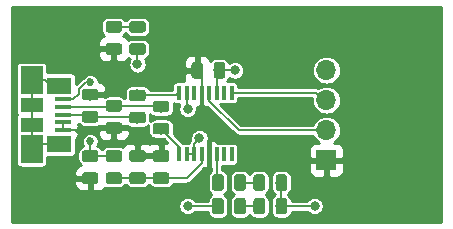
<source format=gbr>
G04 #@! TF.GenerationSoftware,KiCad,Pcbnew,(5.1.4)-1*
G04 #@! TF.CreationDate,2019-11-14T00:10:30-06:00*
G04 #@! TF.ProjectId,USB_Serial,5553425f-5365-4726-9961-6c2e6b696361,rev?*
G04 #@! TF.SameCoordinates,Original*
G04 #@! TF.FileFunction,Copper,L1,Top*
G04 #@! TF.FilePolarity,Positive*
%FSLAX46Y46*%
G04 Gerber Fmt 4.6, Leading zero omitted, Abs format (unit mm)*
G04 Created by KiCad (PCBNEW (5.1.4)-1) date 2019-11-14 00:10:30*
%MOMM*%
%LPD*%
G04 APERTURE LIST*
%ADD10C,0.100000*%
%ADD11C,0.975000*%
%ADD12O,1.700000X1.700000*%
%ADD13R,1.700000X1.700000*%
%ADD14R,0.400000X1.200000*%
%ADD15R,1.900000X1.175000*%
%ADD16R,1.900000X2.375000*%
%ADD17R,2.100000X1.475000*%
%ADD18R,1.380000X0.450000*%
%ADD19C,0.685800*%
%ADD20C,0.800000*%
%ADD21C,0.152400*%
%ADD22C,0.254000*%
G04 APERTURE END LIST*
D10*
G36*
X166955142Y-79801174D02*
G01*
X166978803Y-79804684D01*
X167002007Y-79810496D01*
X167024529Y-79818554D01*
X167046153Y-79828782D01*
X167066670Y-79841079D01*
X167085883Y-79855329D01*
X167103607Y-79871393D01*
X167119671Y-79889117D01*
X167133921Y-79908330D01*
X167146218Y-79928847D01*
X167156446Y-79950471D01*
X167164504Y-79972993D01*
X167170316Y-79996197D01*
X167173826Y-80019858D01*
X167175000Y-80043750D01*
X167175000Y-80956250D01*
X167173826Y-80980142D01*
X167170316Y-81003803D01*
X167164504Y-81027007D01*
X167156446Y-81049529D01*
X167146218Y-81071153D01*
X167133921Y-81091670D01*
X167119671Y-81110883D01*
X167103607Y-81128607D01*
X167085883Y-81144671D01*
X167066670Y-81158921D01*
X167046153Y-81171218D01*
X167024529Y-81181446D01*
X167002007Y-81189504D01*
X166978803Y-81195316D01*
X166955142Y-81198826D01*
X166931250Y-81200000D01*
X166443750Y-81200000D01*
X166419858Y-81198826D01*
X166396197Y-81195316D01*
X166372993Y-81189504D01*
X166350471Y-81181446D01*
X166328847Y-81171218D01*
X166308330Y-81158921D01*
X166289117Y-81144671D01*
X166271393Y-81128607D01*
X166255329Y-81110883D01*
X166241079Y-81091670D01*
X166228782Y-81071153D01*
X166218554Y-81049529D01*
X166210496Y-81027007D01*
X166204684Y-81003803D01*
X166201174Y-80980142D01*
X166200000Y-80956250D01*
X166200000Y-80043750D01*
X166201174Y-80019858D01*
X166204684Y-79996197D01*
X166210496Y-79972993D01*
X166218554Y-79950471D01*
X166228782Y-79928847D01*
X166241079Y-79908330D01*
X166255329Y-79889117D01*
X166271393Y-79871393D01*
X166289117Y-79855329D01*
X166308330Y-79841079D01*
X166328847Y-79828782D01*
X166350471Y-79818554D01*
X166372993Y-79810496D01*
X166396197Y-79804684D01*
X166419858Y-79801174D01*
X166443750Y-79800000D01*
X166931250Y-79800000D01*
X166955142Y-79801174D01*
X166955142Y-79801174D01*
G37*
D11*
X166687500Y-80500000D03*
D10*
G36*
X165080142Y-79801174D02*
G01*
X165103803Y-79804684D01*
X165127007Y-79810496D01*
X165149529Y-79818554D01*
X165171153Y-79828782D01*
X165191670Y-79841079D01*
X165210883Y-79855329D01*
X165228607Y-79871393D01*
X165244671Y-79889117D01*
X165258921Y-79908330D01*
X165271218Y-79928847D01*
X165281446Y-79950471D01*
X165289504Y-79972993D01*
X165295316Y-79996197D01*
X165298826Y-80019858D01*
X165300000Y-80043750D01*
X165300000Y-80956250D01*
X165298826Y-80980142D01*
X165295316Y-81003803D01*
X165289504Y-81027007D01*
X165281446Y-81049529D01*
X165271218Y-81071153D01*
X165258921Y-81091670D01*
X165244671Y-81110883D01*
X165228607Y-81128607D01*
X165210883Y-81144671D01*
X165191670Y-81158921D01*
X165171153Y-81171218D01*
X165149529Y-81181446D01*
X165127007Y-81189504D01*
X165103803Y-81195316D01*
X165080142Y-81198826D01*
X165056250Y-81200000D01*
X164568750Y-81200000D01*
X164544858Y-81198826D01*
X164521197Y-81195316D01*
X164497993Y-81189504D01*
X164475471Y-81181446D01*
X164453847Y-81171218D01*
X164433330Y-81158921D01*
X164414117Y-81144671D01*
X164396393Y-81128607D01*
X164380329Y-81110883D01*
X164366079Y-81091670D01*
X164353782Y-81071153D01*
X164343554Y-81049529D01*
X164335496Y-81027007D01*
X164329684Y-81003803D01*
X164326174Y-80980142D01*
X164325000Y-80956250D01*
X164325000Y-80043750D01*
X164326174Y-80019858D01*
X164329684Y-79996197D01*
X164335496Y-79972993D01*
X164343554Y-79950471D01*
X164353782Y-79928847D01*
X164366079Y-79908330D01*
X164380329Y-79889117D01*
X164396393Y-79871393D01*
X164414117Y-79855329D01*
X164433330Y-79841079D01*
X164453847Y-79828782D01*
X164475471Y-79818554D01*
X164497993Y-79810496D01*
X164521197Y-79804684D01*
X164544858Y-79801174D01*
X164568750Y-79800000D01*
X165056250Y-79800000D01*
X165080142Y-79801174D01*
X165080142Y-79801174D01*
G37*
D11*
X164812500Y-80500000D03*
D10*
G36*
X166955142Y-77801174D02*
G01*
X166978803Y-77804684D01*
X167002007Y-77810496D01*
X167024529Y-77818554D01*
X167046153Y-77828782D01*
X167066670Y-77841079D01*
X167085883Y-77855329D01*
X167103607Y-77871393D01*
X167119671Y-77889117D01*
X167133921Y-77908330D01*
X167146218Y-77928847D01*
X167156446Y-77950471D01*
X167164504Y-77972993D01*
X167170316Y-77996197D01*
X167173826Y-78019858D01*
X167175000Y-78043750D01*
X167175000Y-78956250D01*
X167173826Y-78980142D01*
X167170316Y-79003803D01*
X167164504Y-79027007D01*
X167156446Y-79049529D01*
X167146218Y-79071153D01*
X167133921Y-79091670D01*
X167119671Y-79110883D01*
X167103607Y-79128607D01*
X167085883Y-79144671D01*
X167066670Y-79158921D01*
X167046153Y-79171218D01*
X167024529Y-79181446D01*
X167002007Y-79189504D01*
X166978803Y-79195316D01*
X166955142Y-79198826D01*
X166931250Y-79200000D01*
X166443750Y-79200000D01*
X166419858Y-79198826D01*
X166396197Y-79195316D01*
X166372993Y-79189504D01*
X166350471Y-79181446D01*
X166328847Y-79171218D01*
X166308330Y-79158921D01*
X166289117Y-79144671D01*
X166271393Y-79128607D01*
X166255329Y-79110883D01*
X166241079Y-79091670D01*
X166228782Y-79071153D01*
X166218554Y-79049529D01*
X166210496Y-79027007D01*
X166204684Y-79003803D01*
X166201174Y-78980142D01*
X166200000Y-78956250D01*
X166200000Y-78043750D01*
X166201174Y-78019858D01*
X166204684Y-77996197D01*
X166210496Y-77972993D01*
X166218554Y-77950471D01*
X166228782Y-77928847D01*
X166241079Y-77908330D01*
X166255329Y-77889117D01*
X166271393Y-77871393D01*
X166289117Y-77855329D01*
X166308330Y-77841079D01*
X166328847Y-77828782D01*
X166350471Y-77818554D01*
X166372993Y-77810496D01*
X166396197Y-77804684D01*
X166419858Y-77801174D01*
X166443750Y-77800000D01*
X166931250Y-77800000D01*
X166955142Y-77801174D01*
X166955142Y-77801174D01*
G37*
D11*
X166687500Y-78500000D03*
D10*
G36*
X165080142Y-77801174D02*
G01*
X165103803Y-77804684D01*
X165127007Y-77810496D01*
X165149529Y-77818554D01*
X165171153Y-77828782D01*
X165191670Y-77841079D01*
X165210883Y-77855329D01*
X165228607Y-77871393D01*
X165244671Y-77889117D01*
X165258921Y-77908330D01*
X165271218Y-77928847D01*
X165281446Y-77950471D01*
X165289504Y-77972993D01*
X165295316Y-77996197D01*
X165298826Y-78019858D01*
X165300000Y-78043750D01*
X165300000Y-78956250D01*
X165298826Y-78980142D01*
X165295316Y-79003803D01*
X165289504Y-79027007D01*
X165281446Y-79049529D01*
X165271218Y-79071153D01*
X165258921Y-79091670D01*
X165244671Y-79110883D01*
X165228607Y-79128607D01*
X165210883Y-79144671D01*
X165191670Y-79158921D01*
X165171153Y-79171218D01*
X165149529Y-79181446D01*
X165127007Y-79189504D01*
X165103803Y-79195316D01*
X165080142Y-79198826D01*
X165056250Y-79200000D01*
X164568750Y-79200000D01*
X164544858Y-79198826D01*
X164521197Y-79195316D01*
X164497993Y-79189504D01*
X164475471Y-79181446D01*
X164453847Y-79171218D01*
X164433330Y-79158921D01*
X164414117Y-79144671D01*
X164396393Y-79128607D01*
X164380329Y-79110883D01*
X164366079Y-79091670D01*
X164353782Y-79071153D01*
X164343554Y-79049529D01*
X164335496Y-79027007D01*
X164329684Y-79003803D01*
X164326174Y-78980142D01*
X164325000Y-78956250D01*
X164325000Y-78043750D01*
X164326174Y-78019858D01*
X164329684Y-77996197D01*
X164335496Y-77972993D01*
X164343554Y-77950471D01*
X164353782Y-77928847D01*
X164366079Y-77908330D01*
X164380329Y-77889117D01*
X164396393Y-77871393D01*
X164414117Y-77855329D01*
X164433330Y-77841079D01*
X164453847Y-77828782D01*
X164475471Y-77818554D01*
X164497993Y-77810496D01*
X164521197Y-77804684D01*
X164544858Y-77801174D01*
X164568750Y-77800000D01*
X165056250Y-77800000D01*
X165080142Y-77801174D01*
X165080142Y-77801174D01*
G37*
D11*
X164812500Y-78500000D03*
D10*
G36*
X154980142Y-64826174D02*
G01*
X155003803Y-64829684D01*
X155027007Y-64835496D01*
X155049529Y-64843554D01*
X155071153Y-64853782D01*
X155091670Y-64866079D01*
X155110883Y-64880329D01*
X155128607Y-64896393D01*
X155144671Y-64914117D01*
X155158921Y-64933330D01*
X155171218Y-64953847D01*
X155181446Y-64975471D01*
X155189504Y-64997993D01*
X155195316Y-65021197D01*
X155198826Y-65044858D01*
X155200000Y-65068750D01*
X155200000Y-65556250D01*
X155198826Y-65580142D01*
X155195316Y-65603803D01*
X155189504Y-65627007D01*
X155181446Y-65649529D01*
X155171218Y-65671153D01*
X155158921Y-65691670D01*
X155144671Y-65710883D01*
X155128607Y-65728607D01*
X155110883Y-65744671D01*
X155091670Y-65758921D01*
X155071153Y-65771218D01*
X155049529Y-65781446D01*
X155027007Y-65789504D01*
X155003803Y-65795316D01*
X154980142Y-65798826D01*
X154956250Y-65800000D01*
X154043750Y-65800000D01*
X154019858Y-65798826D01*
X153996197Y-65795316D01*
X153972993Y-65789504D01*
X153950471Y-65781446D01*
X153928847Y-65771218D01*
X153908330Y-65758921D01*
X153889117Y-65744671D01*
X153871393Y-65728607D01*
X153855329Y-65710883D01*
X153841079Y-65691670D01*
X153828782Y-65671153D01*
X153818554Y-65649529D01*
X153810496Y-65627007D01*
X153804684Y-65603803D01*
X153801174Y-65580142D01*
X153800000Y-65556250D01*
X153800000Y-65068750D01*
X153801174Y-65044858D01*
X153804684Y-65021197D01*
X153810496Y-64997993D01*
X153818554Y-64975471D01*
X153828782Y-64953847D01*
X153841079Y-64933330D01*
X153855329Y-64914117D01*
X153871393Y-64896393D01*
X153889117Y-64880329D01*
X153908330Y-64866079D01*
X153928847Y-64853782D01*
X153950471Y-64843554D01*
X153972993Y-64835496D01*
X153996197Y-64829684D01*
X154019858Y-64826174D01*
X154043750Y-64825000D01*
X154956250Y-64825000D01*
X154980142Y-64826174D01*
X154980142Y-64826174D01*
G37*
D11*
X154500000Y-65312500D03*
D10*
G36*
X154980142Y-66701174D02*
G01*
X155003803Y-66704684D01*
X155027007Y-66710496D01*
X155049529Y-66718554D01*
X155071153Y-66728782D01*
X155091670Y-66741079D01*
X155110883Y-66755329D01*
X155128607Y-66771393D01*
X155144671Y-66789117D01*
X155158921Y-66808330D01*
X155171218Y-66828847D01*
X155181446Y-66850471D01*
X155189504Y-66872993D01*
X155195316Y-66896197D01*
X155198826Y-66919858D01*
X155200000Y-66943750D01*
X155200000Y-67431250D01*
X155198826Y-67455142D01*
X155195316Y-67478803D01*
X155189504Y-67502007D01*
X155181446Y-67524529D01*
X155171218Y-67546153D01*
X155158921Y-67566670D01*
X155144671Y-67585883D01*
X155128607Y-67603607D01*
X155110883Y-67619671D01*
X155091670Y-67633921D01*
X155071153Y-67646218D01*
X155049529Y-67656446D01*
X155027007Y-67664504D01*
X155003803Y-67670316D01*
X154980142Y-67673826D01*
X154956250Y-67675000D01*
X154043750Y-67675000D01*
X154019858Y-67673826D01*
X153996197Y-67670316D01*
X153972993Y-67664504D01*
X153950471Y-67656446D01*
X153928847Y-67646218D01*
X153908330Y-67633921D01*
X153889117Y-67619671D01*
X153871393Y-67603607D01*
X153855329Y-67585883D01*
X153841079Y-67566670D01*
X153828782Y-67546153D01*
X153818554Y-67524529D01*
X153810496Y-67502007D01*
X153804684Y-67478803D01*
X153801174Y-67455142D01*
X153800000Y-67431250D01*
X153800000Y-66943750D01*
X153801174Y-66919858D01*
X153804684Y-66896197D01*
X153810496Y-66872993D01*
X153818554Y-66850471D01*
X153828782Y-66828847D01*
X153841079Y-66808330D01*
X153855329Y-66789117D01*
X153871393Y-66771393D01*
X153889117Y-66755329D01*
X153908330Y-66741079D01*
X153928847Y-66728782D01*
X153950471Y-66718554D01*
X153972993Y-66710496D01*
X153996197Y-66704684D01*
X154019858Y-66701174D01*
X154043750Y-66700000D01*
X154956250Y-66700000D01*
X154980142Y-66701174D01*
X154980142Y-66701174D01*
G37*
D11*
X154500000Y-67187500D03*
D10*
G36*
X152980142Y-64826174D02*
G01*
X153003803Y-64829684D01*
X153027007Y-64835496D01*
X153049529Y-64843554D01*
X153071153Y-64853782D01*
X153091670Y-64866079D01*
X153110883Y-64880329D01*
X153128607Y-64896393D01*
X153144671Y-64914117D01*
X153158921Y-64933330D01*
X153171218Y-64953847D01*
X153181446Y-64975471D01*
X153189504Y-64997993D01*
X153195316Y-65021197D01*
X153198826Y-65044858D01*
X153200000Y-65068750D01*
X153200000Y-65556250D01*
X153198826Y-65580142D01*
X153195316Y-65603803D01*
X153189504Y-65627007D01*
X153181446Y-65649529D01*
X153171218Y-65671153D01*
X153158921Y-65691670D01*
X153144671Y-65710883D01*
X153128607Y-65728607D01*
X153110883Y-65744671D01*
X153091670Y-65758921D01*
X153071153Y-65771218D01*
X153049529Y-65781446D01*
X153027007Y-65789504D01*
X153003803Y-65795316D01*
X152980142Y-65798826D01*
X152956250Y-65800000D01*
X152043750Y-65800000D01*
X152019858Y-65798826D01*
X151996197Y-65795316D01*
X151972993Y-65789504D01*
X151950471Y-65781446D01*
X151928847Y-65771218D01*
X151908330Y-65758921D01*
X151889117Y-65744671D01*
X151871393Y-65728607D01*
X151855329Y-65710883D01*
X151841079Y-65691670D01*
X151828782Y-65671153D01*
X151818554Y-65649529D01*
X151810496Y-65627007D01*
X151804684Y-65603803D01*
X151801174Y-65580142D01*
X151800000Y-65556250D01*
X151800000Y-65068750D01*
X151801174Y-65044858D01*
X151804684Y-65021197D01*
X151810496Y-64997993D01*
X151818554Y-64975471D01*
X151828782Y-64953847D01*
X151841079Y-64933330D01*
X151855329Y-64914117D01*
X151871393Y-64896393D01*
X151889117Y-64880329D01*
X151908330Y-64866079D01*
X151928847Y-64853782D01*
X151950471Y-64843554D01*
X151972993Y-64835496D01*
X151996197Y-64829684D01*
X152019858Y-64826174D01*
X152043750Y-64825000D01*
X152956250Y-64825000D01*
X152980142Y-64826174D01*
X152980142Y-64826174D01*
G37*
D11*
X152500000Y-65312500D03*
D10*
G36*
X152980142Y-66701174D02*
G01*
X153003803Y-66704684D01*
X153027007Y-66710496D01*
X153049529Y-66718554D01*
X153071153Y-66728782D01*
X153091670Y-66741079D01*
X153110883Y-66755329D01*
X153128607Y-66771393D01*
X153144671Y-66789117D01*
X153158921Y-66808330D01*
X153171218Y-66828847D01*
X153181446Y-66850471D01*
X153189504Y-66872993D01*
X153195316Y-66896197D01*
X153198826Y-66919858D01*
X153200000Y-66943750D01*
X153200000Y-67431250D01*
X153198826Y-67455142D01*
X153195316Y-67478803D01*
X153189504Y-67502007D01*
X153181446Y-67524529D01*
X153171218Y-67546153D01*
X153158921Y-67566670D01*
X153144671Y-67585883D01*
X153128607Y-67603607D01*
X153110883Y-67619671D01*
X153091670Y-67633921D01*
X153071153Y-67646218D01*
X153049529Y-67656446D01*
X153027007Y-67664504D01*
X153003803Y-67670316D01*
X152980142Y-67673826D01*
X152956250Y-67675000D01*
X152043750Y-67675000D01*
X152019858Y-67673826D01*
X151996197Y-67670316D01*
X151972993Y-67664504D01*
X151950471Y-67656446D01*
X151928847Y-67646218D01*
X151908330Y-67633921D01*
X151889117Y-67619671D01*
X151871393Y-67603607D01*
X151855329Y-67585883D01*
X151841079Y-67566670D01*
X151828782Y-67546153D01*
X151818554Y-67524529D01*
X151810496Y-67502007D01*
X151804684Y-67478803D01*
X151801174Y-67455142D01*
X151800000Y-67431250D01*
X151800000Y-66943750D01*
X151801174Y-66919858D01*
X151804684Y-66896197D01*
X151810496Y-66872993D01*
X151818554Y-66850471D01*
X151828782Y-66828847D01*
X151841079Y-66808330D01*
X151855329Y-66789117D01*
X151871393Y-66771393D01*
X151889117Y-66755329D01*
X151908330Y-66741079D01*
X151928847Y-66728782D01*
X151950471Y-66718554D01*
X151972993Y-66710496D01*
X151996197Y-66704684D01*
X152019858Y-66701174D01*
X152043750Y-66700000D01*
X152956250Y-66700000D01*
X152980142Y-66701174D01*
X152980142Y-66701174D01*
G37*
D11*
X152500000Y-67187500D03*
D12*
X170500000Y-68980000D03*
X170500000Y-71520000D03*
X170500000Y-74060000D03*
D13*
X170500000Y-76600000D03*
D10*
G36*
X154980142Y-70638674D02*
G01*
X155003803Y-70642184D01*
X155027007Y-70647996D01*
X155049529Y-70656054D01*
X155071153Y-70666282D01*
X155091670Y-70678579D01*
X155110883Y-70692829D01*
X155128607Y-70708893D01*
X155144671Y-70726617D01*
X155158921Y-70745830D01*
X155171218Y-70766347D01*
X155181446Y-70787971D01*
X155189504Y-70810493D01*
X155195316Y-70833697D01*
X155198826Y-70857358D01*
X155200000Y-70881250D01*
X155200000Y-71368750D01*
X155198826Y-71392642D01*
X155195316Y-71416303D01*
X155189504Y-71439507D01*
X155181446Y-71462029D01*
X155171218Y-71483653D01*
X155158921Y-71504170D01*
X155144671Y-71523383D01*
X155128607Y-71541107D01*
X155110883Y-71557171D01*
X155091670Y-71571421D01*
X155071153Y-71583718D01*
X155049529Y-71593946D01*
X155027007Y-71602004D01*
X155003803Y-71607816D01*
X154980142Y-71611326D01*
X154956250Y-71612500D01*
X154043750Y-71612500D01*
X154019858Y-71611326D01*
X153996197Y-71607816D01*
X153972993Y-71602004D01*
X153950471Y-71593946D01*
X153928847Y-71583718D01*
X153908330Y-71571421D01*
X153889117Y-71557171D01*
X153871393Y-71541107D01*
X153855329Y-71523383D01*
X153841079Y-71504170D01*
X153828782Y-71483653D01*
X153818554Y-71462029D01*
X153810496Y-71439507D01*
X153804684Y-71416303D01*
X153801174Y-71392642D01*
X153800000Y-71368750D01*
X153800000Y-70881250D01*
X153801174Y-70857358D01*
X153804684Y-70833697D01*
X153810496Y-70810493D01*
X153818554Y-70787971D01*
X153828782Y-70766347D01*
X153841079Y-70745830D01*
X153855329Y-70726617D01*
X153871393Y-70708893D01*
X153889117Y-70692829D01*
X153908330Y-70678579D01*
X153928847Y-70666282D01*
X153950471Y-70656054D01*
X153972993Y-70647996D01*
X153996197Y-70642184D01*
X154019858Y-70638674D01*
X154043750Y-70637500D01*
X154956250Y-70637500D01*
X154980142Y-70638674D01*
X154980142Y-70638674D01*
G37*
D11*
X154500000Y-71125000D03*
D10*
G36*
X154980142Y-72513674D02*
G01*
X155003803Y-72517184D01*
X155027007Y-72522996D01*
X155049529Y-72531054D01*
X155071153Y-72541282D01*
X155091670Y-72553579D01*
X155110883Y-72567829D01*
X155128607Y-72583893D01*
X155144671Y-72601617D01*
X155158921Y-72620830D01*
X155171218Y-72641347D01*
X155181446Y-72662971D01*
X155189504Y-72685493D01*
X155195316Y-72708697D01*
X155198826Y-72732358D01*
X155200000Y-72756250D01*
X155200000Y-73243750D01*
X155198826Y-73267642D01*
X155195316Y-73291303D01*
X155189504Y-73314507D01*
X155181446Y-73337029D01*
X155171218Y-73358653D01*
X155158921Y-73379170D01*
X155144671Y-73398383D01*
X155128607Y-73416107D01*
X155110883Y-73432171D01*
X155091670Y-73446421D01*
X155071153Y-73458718D01*
X155049529Y-73468946D01*
X155027007Y-73477004D01*
X155003803Y-73482816D01*
X154980142Y-73486326D01*
X154956250Y-73487500D01*
X154043750Y-73487500D01*
X154019858Y-73486326D01*
X153996197Y-73482816D01*
X153972993Y-73477004D01*
X153950471Y-73468946D01*
X153928847Y-73458718D01*
X153908330Y-73446421D01*
X153889117Y-73432171D01*
X153871393Y-73416107D01*
X153855329Y-73398383D01*
X153841079Y-73379170D01*
X153828782Y-73358653D01*
X153818554Y-73337029D01*
X153810496Y-73314507D01*
X153804684Y-73291303D01*
X153801174Y-73267642D01*
X153800000Y-73243750D01*
X153800000Y-72756250D01*
X153801174Y-72732358D01*
X153804684Y-72708697D01*
X153810496Y-72685493D01*
X153818554Y-72662971D01*
X153828782Y-72641347D01*
X153841079Y-72620830D01*
X153855329Y-72601617D01*
X153871393Y-72583893D01*
X153889117Y-72567829D01*
X153908330Y-72553579D01*
X153928847Y-72541282D01*
X153950471Y-72531054D01*
X153972993Y-72522996D01*
X153996197Y-72517184D01*
X154019858Y-72513674D01*
X154043750Y-72512500D01*
X154956250Y-72512500D01*
X154980142Y-72513674D01*
X154980142Y-72513674D01*
G37*
D11*
X154500000Y-73000000D03*
D10*
G36*
X156980142Y-73451174D02*
G01*
X157003803Y-73454684D01*
X157027007Y-73460496D01*
X157049529Y-73468554D01*
X157071153Y-73478782D01*
X157091670Y-73491079D01*
X157110883Y-73505329D01*
X157128607Y-73521393D01*
X157144671Y-73539117D01*
X157158921Y-73558330D01*
X157171218Y-73578847D01*
X157181446Y-73600471D01*
X157189504Y-73622993D01*
X157195316Y-73646197D01*
X157198826Y-73669858D01*
X157200000Y-73693750D01*
X157200000Y-74181250D01*
X157198826Y-74205142D01*
X157195316Y-74228803D01*
X157189504Y-74252007D01*
X157181446Y-74274529D01*
X157171218Y-74296153D01*
X157158921Y-74316670D01*
X157144671Y-74335883D01*
X157128607Y-74353607D01*
X157110883Y-74369671D01*
X157091670Y-74383921D01*
X157071153Y-74396218D01*
X157049529Y-74406446D01*
X157027007Y-74414504D01*
X157003803Y-74420316D01*
X156980142Y-74423826D01*
X156956250Y-74425000D01*
X156043750Y-74425000D01*
X156019858Y-74423826D01*
X155996197Y-74420316D01*
X155972993Y-74414504D01*
X155950471Y-74406446D01*
X155928847Y-74396218D01*
X155908330Y-74383921D01*
X155889117Y-74369671D01*
X155871393Y-74353607D01*
X155855329Y-74335883D01*
X155841079Y-74316670D01*
X155828782Y-74296153D01*
X155818554Y-74274529D01*
X155810496Y-74252007D01*
X155804684Y-74228803D01*
X155801174Y-74205142D01*
X155800000Y-74181250D01*
X155800000Y-73693750D01*
X155801174Y-73669858D01*
X155804684Y-73646197D01*
X155810496Y-73622993D01*
X155818554Y-73600471D01*
X155828782Y-73578847D01*
X155841079Y-73558330D01*
X155855329Y-73539117D01*
X155871393Y-73521393D01*
X155889117Y-73505329D01*
X155908330Y-73491079D01*
X155928847Y-73478782D01*
X155950471Y-73468554D01*
X155972993Y-73460496D01*
X155996197Y-73454684D01*
X156019858Y-73451174D01*
X156043750Y-73450000D01*
X156956250Y-73450000D01*
X156980142Y-73451174D01*
X156980142Y-73451174D01*
G37*
D11*
X156500000Y-73937500D03*
D10*
G36*
X156980142Y-71576174D02*
G01*
X157003803Y-71579684D01*
X157027007Y-71585496D01*
X157049529Y-71593554D01*
X157071153Y-71603782D01*
X157091670Y-71616079D01*
X157110883Y-71630329D01*
X157128607Y-71646393D01*
X157144671Y-71664117D01*
X157158921Y-71683330D01*
X157171218Y-71703847D01*
X157181446Y-71725471D01*
X157189504Y-71747993D01*
X157195316Y-71771197D01*
X157198826Y-71794858D01*
X157200000Y-71818750D01*
X157200000Y-72306250D01*
X157198826Y-72330142D01*
X157195316Y-72353803D01*
X157189504Y-72377007D01*
X157181446Y-72399529D01*
X157171218Y-72421153D01*
X157158921Y-72441670D01*
X157144671Y-72460883D01*
X157128607Y-72478607D01*
X157110883Y-72494671D01*
X157091670Y-72508921D01*
X157071153Y-72521218D01*
X157049529Y-72531446D01*
X157027007Y-72539504D01*
X157003803Y-72545316D01*
X156980142Y-72548826D01*
X156956250Y-72550000D01*
X156043750Y-72550000D01*
X156019858Y-72548826D01*
X155996197Y-72545316D01*
X155972993Y-72539504D01*
X155950471Y-72531446D01*
X155928847Y-72521218D01*
X155908330Y-72508921D01*
X155889117Y-72494671D01*
X155871393Y-72478607D01*
X155855329Y-72460883D01*
X155841079Y-72441670D01*
X155828782Y-72421153D01*
X155818554Y-72399529D01*
X155810496Y-72377007D01*
X155804684Y-72353803D01*
X155801174Y-72330142D01*
X155800000Y-72306250D01*
X155800000Y-71818750D01*
X155801174Y-71794858D01*
X155804684Y-71771197D01*
X155810496Y-71747993D01*
X155818554Y-71725471D01*
X155828782Y-71703847D01*
X155841079Y-71683330D01*
X155855329Y-71664117D01*
X155871393Y-71646393D01*
X155889117Y-71630329D01*
X155908330Y-71616079D01*
X155928847Y-71603782D01*
X155950471Y-71593554D01*
X155972993Y-71585496D01*
X155996197Y-71579684D01*
X156019858Y-71576174D01*
X156043750Y-71575000D01*
X156956250Y-71575000D01*
X156980142Y-71576174D01*
X156980142Y-71576174D01*
G37*
D11*
X156500000Y-72062500D03*
D10*
G36*
X150980142Y-72451174D02*
G01*
X151003803Y-72454684D01*
X151027007Y-72460496D01*
X151049529Y-72468554D01*
X151071153Y-72478782D01*
X151091670Y-72491079D01*
X151110883Y-72505329D01*
X151128607Y-72521393D01*
X151144671Y-72539117D01*
X151158921Y-72558330D01*
X151171218Y-72578847D01*
X151181446Y-72600471D01*
X151189504Y-72622993D01*
X151195316Y-72646197D01*
X151198826Y-72669858D01*
X151200000Y-72693750D01*
X151200000Y-73181250D01*
X151198826Y-73205142D01*
X151195316Y-73228803D01*
X151189504Y-73252007D01*
X151181446Y-73274529D01*
X151171218Y-73296153D01*
X151158921Y-73316670D01*
X151144671Y-73335883D01*
X151128607Y-73353607D01*
X151110883Y-73369671D01*
X151091670Y-73383921D01*
X151071153Y-73396218D01*
X151049529Y-73406446D01*
X151027007Y-73414504D01*
X151003803Y-73420316D01*
X150980142Y-73423826D01*
X150956250Y-73425000D01*
X150043750Y-73425000D01*
X150019858Y-73423826D01*
X149996197Y-73420316D01*
X149972993Y-73414504D01*
X149950471Y-73406446D01*
X149928847Y-73396218D01*
X149908330Y-73383921D01*
X149889117Y-73369671D01*
X149871393Y-73353607D01*
X149855329Y-73335883D01*
X149841079Y-73316670D01*
X149828782Y-73296153D01*
X149818554Y-73274529D01*
X149810496Y-73252007D01*
X149804684Y-73228803D01*
X149801174Y-73205142D01*
X149800000Y-73181250D01*
X149800000Y-72693750D01*
X149801174Y-72669858D01*
X149804684Y-72646197D01*
X149810496Y-72622993D01*
X149818554Y-72600471D01*
X149828782Y-72578847D01*
X149841079Y-72558330D01*
X149855329Y-72539117D01*
X149871393Y-72521393D01*
X149889117Y-72505329D01*
X149908330Y-72491079D01*
X149928847Y-72478782D01*
X149950471Y-72468554D01*
X149972993Y-72460496D01*
X149996197Y-72454684D01*
X150019858Y-72451174D01*
X150043750Y-72450000D01*
X150956250Y-72450000D01*
X150980142Y-72451174D01*
X150980142Y-72451174D01*
G37*
D11*
X150500000Y-72937500D03*
D10*
G36*
X150980142Y-70576174D02*
G01*
X151003803Y-70579684D01*
X151027007Y-70585496D01*
X151049529Y-70593554D01*
X151071153Y-70603782D01*
X151091670Y-70616079D01*
X151110883Y-70630329D01*
X151128607Y-70646393D01*
X151144671Y-70664117D01*
X151158921Y-70683330D01*
X151171218Y-70703847D01*
X151181446Y-70725471D01*
X151189504Y-70747993D01*
X151195316Y-70771197D01*
X151198826Y-70794858D01*
X151200000Y-70818750D01*
X151200000Y-71306250D01*
X151198826Y-71330142D01*
X151195316Y-71353803D01*
X151189504Y-71377007D01*
X151181446Y-71399529D01*
X151171218Y-71421153D01*
X151158921Y-71441670D01*
X151144671Y-71460883D01*
X151128607Y-71478607D01*
X151110883Y-71494671D01*
X151091670Y-71508921D01*
X151071153Y-71521218D01*
X151049529Y-71531446D01*
X151027007Y-71539504D01*
X151003803Y-71545316D01*
X150980142Y-71548826D01*
X150956250Y-71550000D01*
X150043750Y-71550000D01*
X150019858Y-71548826D01*
X149996197Y-71545316D01*
X149972993Y-71539504D01*
X149950471Y-71531446D01*
X149928847Y-71521218D01*
X149908330Y-71508921D01*
X149889117Y-71494671D01*
X149871393Y-71478607D01*
X149855329Y-71460883D01*
X149841079Y-71441670D01*
X149828782Y-71421153D01*
X149818554Y-71399529D01*
X149810496Y-71377007D01*
X149804684Y-71353803D01*
X149801174Y-71330142D01*
X149800000Y-71306250D01*
X149800000Y-70818750D01*
X149801174Y-70794858D01*
X149804684Y-70771197D01*
X149810496Y-70747993D01*
X149818554Y-70725471D01*
X149828782Y-70703847D01*
X149841079Y-70683330D01*
X149855329Y-70664117D01*
X149871393Y-70646393D01*
X149889117Y-70630329D01*
X149908330Y-70616079D01*
X149928847Y-70603782D01*
X149950471Y-70593554D01*
X149972993Y-70585496D01*
X149996197Y-70579684D01*
X150019858Y-70576174D01*
X150043750Y-70575000D01*
X150956250Y-70575000D01*
X150980142Y-70576174D01*
X150980142Y-70576174D01*
G37*
D11*
X150500000Y-71062500D03*
D10*
G36*
X152980142Y-71513674D02*
G01*
X153003803Y-71517184D01*
X153027007Y-71522996D01*
X153049529Y-71531054D01*
X153071153Y-71541282D01*
X153091670Y-71553579D01*
X153110883Y-71567829D01*
X153128607Y-71583893D01*
X153144671Y-71601617D01*
X153158921Y-71620830D01*
X153171218Y-71641347D01*
X153181446Y-71662971D01*
X153189504Y-71685493D01*
X153195316Y-71708697D01*
X153198826Y-71732358D01*
X153200000Y-71756250D01*
X153200000Y-72243750D01*
X153198826Y-72267642D01*
X153195316Y-72291303D01*
X153189504Y-72314507D01*
X153181446Y-72337029D01*
X153171218Y-72358653D01*
X153158921Y-72379170D01*
X153144671Y-72398383D01*
X153128607Y-72416107D01*
X153110883Y-72432171D01*
X153091670Y-72446421D01*
X153071153Y-72458718D01*
X153049529Y-72468946D01*
X153027007Y-72477004D01*
X153003803Y-72482816D01*
X152980142Y-72486326D01*
X152956250Y-72487500D01*
X152043750Y-72487500D01*
X152019858Y-72486326D01*
X151996197Y-72482816D01*
X151972993Y-72477004D01*
X151950471Y-72468946D01*
X151928847Y-72458718D01*
X151908330Y-72446421D01*
X151889117Y-72432171D01*
X151871393Y-72416107D01*
X151855329Y-72398383D01*
X151841079Y-72379170D01*
X151828782Y-72358653D01*
X151818554Y-72337029D01*
X151810496Y-72314507D01*
X151804684Y-72291303D01*
X151801174Y-72267642D01*
X151800000Y-72243750D01*
X151800000Y-71756250D01*
X151801174Y-71732358D01*
X151804684Y-71708697D01*
X151810496Y-71685493D01*
X151818554Y-71662971D01*
X151828782Y-71641347D01*
X151841079Y-71620830D01*
X151855329Y-71601617D01*
X151871393Y-71583893D01*
X151889117Y-71567829D01*
X151908330Y-71553579D01*
X151928847Y-71541282D01*
X151950471Y-71531054D01*
X151972993Y-71522996D01*
X151996197Y-71517184D01*
X152019858Y-71513674D01*
X152043750Y-71512500D01*
X152956250Y-71512500D01*
X152980142Y-71513674D01*
X152980142Y-71513674D01*
G37*
D11*
X152500000Y-72000000D03*
D10*
G36*
X152980142Y-73388674D02*
G01*
X153003803Y-73392184D01*
X153027007Y-73397996D01*
X153049529Y-73406054D01*
X153071153Y-73416282D01*
X153091670Y-73428579D01*
X153110883Y-73442829D01*
X153128607Y-73458893D01*
X153144671Y-73476617D01*
X153158921Y-73495830D01*
X153171218Y-73516347D01*
X153181446Y-73537971D01*
X153189504Y-73560493D01*
X153195316Y-73583697D01*
X153198826Y-73607358D01*
X153200000Y-73631250D01*
X153200000Y-74118750D01*
X153198826Y-74142642D01*
X153195316Y-74166303D01*
X153189504Y-74189507D01*
X153181446Y-74212029D01*
X153171218Y-74233653D01*
X153158921Y-74254170D01*
X153144671Y-74273383D01*
X153128607Y-74291107D01*
X153110883Y-74307171D01*
X153091670Y-74321421D01*
X153071153Y-74333718D01*
X153049529Y-74343946D01*
X153027007Y-74352004D01*
X153003803Y-74357816D01*
X152980142Y-74361326D01*
X152956250Y-74362500D01*
X152043750Y-74362500D01*
X152019858Y-74361326D01*
X151996197Y-74357816D01*
X151972993Y-74352004D01*
X151950471Y-74343946D01*
X151928847Y-74333718D01*
X151908330Y-74321421D01*
X151889117Y-74307171D01*
X151871393Y-74291107D01*
X151855329Y-74273383D01*
X151841079Y-74254170D01*
X151828782Y-74233653D01*
X151818554Y-74212029D01*
X151810496Y-74189507D01*
X151804684Y-74166303D01*
X151801174Y-74142642D01*
X151800000Y-74118750D01*
X151800000Y-73631250D01*
X151801174Y-73607358D01*
X151804684Y-73583697D01*
X151810496Y-73560493D01*
X151818554Y-73537971D01*
X151828782Y-73516347D01*
X151841079Y-73495830D01*
X151855329Y-73476617D01*
X151871393Y-73458893D01*
X151889117Y-73442829D01*
X151908330Y-73428579D01*
X151928847Y-73416282D01*
X151950471Y-73406054D01*
X151972993Y-73397996D01*
X151996197Y-73392184D01*
X152019858Y-73388674D01*
X152043750Y-73387500D01*
X152956250Y-73387500D01*
X152980142Y-73388674D01*
X152980142Y-73388674D01*
G37*
D11*
X152500000Y-73875000D03*
D10*
G36*
X150980142Y-75763674D02*
G01*
X151003803Y-75767184D01*
X151027007Y-75772996D01*
X151049529Y-75781054D01*
X151071153Y-75791282D01*
X151091670Y-75803579D01*
X151110883Y-75817829D01*
X151128607Y-75833893D01*
X151144671Y-75851617D01*
X151158921Y-75870830D01*
X151171218Y-75891347D01*
X151181446Y-75912971D01*
X151189504Y-75935493D01*
X151195316Y-75958697D01*
X151198826Y-75982358D01*
X151200000Y-76006250D01*
X151200000Y-76493750D01*
X151198826Y-76517642D01*
X151195316Y-76541303D01*
X151189504Y-76564507D01*
X151181446Y-76587029D01*
X151171218Y-76608653D01*
X151158921Y-76629170D01*
X151144671Y-76648383D01*
X151128607Y-76666107D01*
X151110883Y-76682171D01*
X151091670Y-76696421D01*
X151071153Y-76708718D01*
X151049529Y-76718946D01*
X151027007Y-76727004D01*
X151003803Y-76732816D01*
X150980142Y-76736326D01*
X150956250Y-76737500D01*
X150043750Y-76737500D01*
X150019858Y-76736326D01*
X149996197Y-76732816D01*
X149972993Y-76727004D01*
X149950471Y-76718946D01*
X149928847Y-76708718D01*
X149908330Y-76696421D01*
X149889117Y-76682171D01*
X149871393Y-76666107D01*
X149855329Y-76648383D01*
X149841079Y-76629170D01*
X149828782Y-76608653D01*
X149818554Y-76587029D01*
X149810496Y-76564507D01*
X149804684Y-76541303D01*
X149801174Y-76517642D01*
X149800000Y-76493750D01*
X149800000Y-76006250D01*
X149801174Y-75982358D01*
X149804684Y-75958697D01*
X149810496Y-75935493D01*
X149818554Y-75912971D01*
X149828782Y-75891347D01*
X149841079Y-75870830D01*
X149855329Y-75851617D01*
X149871393Y-75833893D01*
X149889117Y-75817829D01*
X149908330Y-75803579D01*
X149928847Y-75791282D01*
X149950471Y-75781054D01*
X149972993Y-75772996D01*
X149996197Y-75767184D01*
X150019858Y-75763674D01*
X150043750Y-75762500D01*
X150956250Y-75762500D01*
X150980142Y-75763674D01*
X150980142Y-75763674D01*
G37*
D11*
X150500000Y-76250000D03*
D10*
G36*
X150980142Y-77638674D02*
G01*
X151003803Y-77642184D01*
X151027007Y-77647996D01*
X151049529Y-77656054D01*
X151071153Y-77666282D01*
X151091670Y-77678579D01*
X151110883Y-77692829D01*
X151128607Y-77708893D01*
X151144671Y-77726617D01*
X151158921Y-77745830D01*
X151171218Y-77766347D01*
X151181446Y-77787971D01*
X151189504Y-77810493D01*
X151195316Y-77833697D01*
X151198826Y-77857358D01*
X151200000Y-77881250D01*
X151200000Y-78368750D01*
X151198826Y-78392642D01*
X151195316Y-78416303D01*
X151189504Y-78439507D01*
X151181446Y-78462029D01*
X151171218Y-78483653D01*
X151158921Y-78504170D01*
X151144671Y-78523383D01*
X151128607Y-78541107D01*
X151110883Y-78557171D01*
X151091670Y-78571421D01*
X151071153Y-78583718D01*
X151049529Y-78593946D01*
X151027007Y-78602004D01*
X151003803Y-78607816D01*
X150980142Y-78611326D01*
X150956250Y-78612500D01*
X150043750Y-78612500D01*
X150019858Y-78611326D01*
X149996197Y-78607816D01*
X149972993Y-78602004D01*
X149950471Y-78593946D01*
X149928847Y-78583718D01*
X149908330Y-78571421D01*
X149889117Y-78557171D01*
X149871393Y-78541107D01*
X149855329Y-78523383D01*
X149841079Y-78504170D01*
X149828782Y-78483653D01*
X149818554Y-78462029D01*
X149810496Y-78439507D01*
X149804684Y-78416303D01*
X149801174Y-78392642D01*
X149800000Y-78368750D01*
X149800000Y-77881250D01*
X149801174Y-77857358D01*
X149804684Y-77833697D01*
X149810496Y-77810493D01*
X149818554Y-77787971D01*
X149828782Y-77766347D01*
X149841079Y-77745830D01*
X149855329Y-77726617D01*
X149871393Y-77708893D01*
X149889117Y-77692829D01*
X149908330Y-77678579D01*
X149928847Y-77666282D01*
X149950471Y-77656054D01*
X149972993Y-77647996D01*
X149996197Y-77642184D01*
X150019858Y-77638674D01*
X150043750Y-77637500D01*
X150956250Y-77637500D01*
X150980142Y-77638674D01*
X150980142Y-77638674D01*
G37*
D11*
X150500000Y-78125000D03*
D10*
G36*
X152980142Y-77638674D02*
G01*
X153003803Y-77642184D01*
X153027007Y-77647996D01*
X153049529Y-77656054D01*
X153071153Y-77666282D01*
X153091670Y-77678579D01*
X153110883Y-77692829D01*
X153128607Y-77708893D01*
X153144671Y-77726617D01*
X153158921Y-77745830D01*
X153171218Y-77766347D01*
X153181446Y-77787971D01*
X153189504Y-77810493D01*
X153195316Y-77833697D01*
X153198826Y-77857358D01*
X153200000Y-77881250D01*
X153200000Y-78368750D01*
X153198826Y-78392642D01*
X153195316Y-78416303D01*
X153189504Y-78439507D01*
X153181446Y-78462029D01*
X153171218Y-78483653D01*
X153158921Y-78504170D01*
X153144671Y-78523383D01*
X153128607Y-78541107D01*
X153110883Y-78557171D01*
X153091670Y-78571421D01*
X153071153Y-78583718D01*
X153049529Y-78593946D01*
X153027007Y-78602004D01*
X153003803Y-78607816D01*
X152980142Y-78611326D01*
X152956250Y-78612500D01*
X152043750Y-78612500D01*
X152019858Y-78611326D01*
X151996197Y-78607816D01*
X151972993Y-78602004D01*
X151950471Y-78593946D01*
X151928847Y-78583718D01*
X151908330Y-78571421D01*
X151889117Y-78557171D01*
X151871393Y-78541107D01*
X151855329Y-78523383D01*
X151841079Y-78504170D01*
X151828782Y-78483653D01*
X151818554Y-78462029D01*
X151810496Y-78439507D01*
X151804684Y-78416303D01*
X151801174Y-78392642D01*
X151800000Y-78368750D01*
X151800000Y-77881250D01*
X151801174Y-77857358D01*
X151804684Y-77833697D01*
X151810496Y-77810493D01*
X151818554Y-77787971D01*
X151828782Y-77766347D01*
X151841079Y-77745830D01*
X151855329Y-77726617D01*
X151871393Y-77708893D01*
X151889117Y-77692829D01*
X151908330Y-77678579D01*
X151928847Y-77666282D01*
X151950471Y-77656054D01*
X151972993Y-77647996D01*
X151996197Y-77642184D01*
X152019858Y-77638674D01*
X152043750Y-77637500D01*
X152956250Y-77637500D01*
X152980142Y-77638674D01*
X152980142Y-77638674D01*
G37*
D11*
X152500000Y-78125000D03*
D10*
G36*
X152980142Y-75763674D02*
G01*
X153003803Y-75767184D01*
X153027007Y-75772996D01*
X153049529Y-75781054D01*
X153071153Y-75791282D01*
X153091670Y-75803579D01*
X153110883Y-75817829D01*
X153128607Y-75833893D01*
X153144671Y-75851617D01*
X153158921Y-75870830D01*
X153171218Y-75891347D01*
X153181446Y-75912971D01*
X153189504Y-75935493D01*
X153195316Y-75958697D01*
X153198826Y-75982358D01*
X153200000Y-76006250D01*
X153200000Y-76493750D01*
X153198826Y-76517642D01*
X153195316Y-76541303D01*
X153189504Y-76564507D01*
X153181446Y-76587029D01*
X153171218Y-76608653D01*
X153158921Y-76629170D01*
X153144671Y-76648383D01*
X153128607Y-76666107D01*
X153110883Y-76682171D01*
X153091670Y-76696421D01*
X153071153Y-76708718D01*
X153049529Y-76718946D01*
X153027007Y-76727004D01*
X153003803Y-76732816D01*
X152980142Y-76736326D01*
X152956250Y-76737500D01*
X152043750Y-76737500D01*
X152019858Y-76736326D01*
X151996197Y-76732816D01*
X151972993Y-76727004D01*
X151950471Y-76718946D01*
X151928847Y-76708718D01*
X151908330Y-76696421D01*
X151889117Y-76682171D01*
X151871393Y-76666107D01*
X151855329Y-76648383D01*
X151841079Y-76629170D01*
X151828782Y-76608653D01*
X151818554Y-76587029D01*
X151810496Y-76564507D01*
X151804684Y-76541303D01*
X151801174Y-76517642D01*
X151800000Y-76493750D01*
X151800000Y-76006250D01*
X151801174Y-75982358D01*
X151804684Y-75958697D01*
X151810496Y-75935493D01*
X151818554Y-75912971D01*
X151828782Y-75891347D01*
X151841079Y-75870830D01*
X151855329Y-75851617D01*
X151871393Y-75833893D01*
X151889117Y-75817829D01*
X151908330Y-75803579D01*
X151928847Y-75791282D01*
X151950471Y-75781054D01*
X151972993Y-75772996D01*
X151996197Y-75767184D01*
X152019858Y-75763674D01*
X152043750Y-75762500D01*
X152956250Y-75762500D01*
X152980142Y-75763674D01*
X152980142Y-75763674D01*
G37*
D11*
X152500000Y-76250000D03*
D10*
G36*
X163455142Y-79801174D02*
G01*
X163478803Y-79804684D01*
X163502007Y-79810496D01*
X163524529Y-79818554D01*
X163546153Y-79828782D01*
X163566670Y-79841079D01*
X163585883Y-79855329D01*
X163603607Y-79871393D01*
X163619671Y-79889117D01*
X163633921Y-79908330D01*
X163646218Y-79928847D01*
X163656446Y-79950471D01*
X163664504Y-79972993D01*
X163670316Y-79996197D01*
X163673826Y-80019858D01*
X163675000Y-80043750D01*
X163675000Y-80956250D01*
X163673826Y-80980142D01*
X163670316Y-81003803D01*
X163664504Y-81027007D01*
X163656446Y-81049529D01*
X163646218Y-81071153D01*
X163633921Y-81091670D01*
X163619671Y-81110883D01*
X163603607Y-81128607D01*
X163585883Y-81144671D01*
X163566670Y-81158921D01*
X163546153Y-81171218D01*
X163524529Y-81181446D01*
X163502007Y-81189504D01*
X163478803Y-81195316D01*
X163455142Y-81198826D01*
X163431250Y-81200000D01*
X162943750Y-81200000D01*
X162919858Y-81198826D01*
X162896197Y-81195316D01*
X162872993Y-81189504D01*
X162850471Y-81181446D01*
X162828847Y-81171218D01*
X162808330Y-81158921D01*
X162789117Y-81144671D01*
X162771393Y-81128607D01*
X162755329Y-81110883D01*
X162741079Y-81091670D01*
X162728782Y-81071153D01*
X162718554Y-81049529D01*
X162710496Y-81027007D01*
X162704684Y-81003803D01*
X162701174Y-80980142D01*
X162700000Y-80956250D01*
X162700000Y-80043750D01*
X162701174Y-80019858D01*
X162704684Y-79996197D01*
X162710496Y-79972993D01*
X162718554Y-79950471D01*
X162728782Y-79928847D01*
X162741079Y-79908330D01*
X162755329Y-79889117D01*
X162771393Y-79871393D01*
X162789117Y-79855329D01*
X162808330Y-79841079D01*
X162828847Y-79828782D01*
X162850471Y-79818554D01*
X162872993Y-79810496D01*
X162896197Y-79804684D01*
X162919858Y-79801174D01*
X162943750Y-79800000D01*
X163431250Y-79800000D01*
X163455142Y-79801174D01*
X163455142Y-79801174D01*
G37*
D11*
X163187500Y-80500000D03*
D10*
G36*
X161580142Y-79801174D02*
G01*
X161603803Y-79804684D01*
X161627007Y-79810496D01*
X161649529Y-79818554D01*
X161671153Y-79828782D01*
X161691670Y-79841079D01*
X161710883Y-79855329D01*
X161728607Y-79871393D01*
X161744671Y-79889117D01*
X161758921Y-79908330D01*
X161771218Y-79928847D01*
X161781446Y-79950471D01*
X161789504Y-79972993D01*
X161795316Y-79996197D01*
X161798826Y-80019858D01*
X161800000Y-80043750D01*
X161800000Y-80956250D01*
X161798826Y-80980142D01*
X161795316Y-81003803D01*
X161789504Y-81027007D01*
X161781446Y-81049529D01*
X161771218Y-81071153D01*
X161758921Y-81091670D01*
X161744671Y-81110883D01*
X161728607Y-81128607D01*
X161710883Y-81144671D01*
X161691670Y-81158921D01*
X161671153Y-81171218D01*
X161649529Y-81181446D01*
X161627007Y-81189504D01*
X161603803Y-81195316D01*
X161580142Y-81198826D01*
X161556250Y-81200000D01*
X161068750Y-81200000D01*
X161044858Y-81198826D01*
X161021197Y-81195316D01*
X160997993Y-81189504D01*
X160975471Y-81181446D01*
X160953847Y-81171218D01*
X160933330Y-81158921D01*
X160914117Y-81144671D01*
X160896393Y-81128607D01*
X160880329Y-81110883D01*
X160866079Y-81091670D01*
X160853782Y-81071153D01*
X160843554Y-81049529D01*
X160835496Y-81027007D01*
X160829684Y-81003803D01*
X160826174Y-80980142D01*
X160825000Y-80956250D01*
X160825000Y-80043750D01*
X160826174Y-80019858D01*
X160829684Y-79996197D01*
X160835496Y-79972993D01*
X160843554Y-79950471D01*
X160853782Y-79928847D01*
X160866079Y-79908330D01*
X160880329Y-79889117D01*
X160896393Y-79871393D01*
X160914117Y-79855329D01*
X160933330Y-79841079D01*
X160953847Y-79828782D01*
X160975471Y-79818554D01*
X160997993Y-79810496D01*
X161021197Y-79804684D01*
X161044858Y-79801174D01*
X161068750Y-79800000D01*
X161556250Y-79800000D01*
X161580142Y-79801174D01*
X161580142Y-79801174D01*
G37*
D11*
X161312500Y-80500000D03*
D10*
G36*
X163455142Y-77801174D02*
G01*
X163478803Y-77804684D01*
X163502007Y-77810496D01*
X163524529Y-77818554D01*
X163546153Y-77828782D01*
X163566670Y-77841079D01*
X163585883Y-77855329D01*
X163603607Y-77871393D01*
X163619671Y-77889117D01*
X163633921Y-77908330D01*
X163646218Y-77928847D01*
X163656446Y-77950471D01*
X163664504Y-77972993D01*
X163670316Y-77996197D01*
X163673826Y-78019858D01*
X163675000Y-78043750D01*
X163675000Y-78956250D01*
X163673826Y-78980142D01*
X163670316Y-79003803D01*
X163664504Y-79027007D01*
X163656446Y-79049529D01*
X163646218Y-79071153D01*
X163633921Y-79091670D01*
X163619671Y-79110883D01*
X163603607Y-79128607D01*
X163585883Y-79144671D01*
X163566670Y-79158921D01*
X163546153Y-79171218D01*
X163524529Y-79181446D01*
X163502007Y-79189504D01*
X163478803Y-79195316D01*
X163455142Y-79198826D01*
X163431250Y-79200000D01*
X162943750Y-79200000D01*
X162919858Y-79198826D01*
X162896197Y-79195316D01*
X162872993Y-79189504D01*
X162850471Y-79181446D01*
X162828847Y-79171218D01*
X162808330Y-79158921D01*
X162789117Y-79144671D01*
X162771393Y-79128607D01*
X162755329Y-79110883D01*
X162741079Y-79091670D01*
X162728782Y-79071153D01*
X162718554Y-79049529D01*
X162710496Y-79027007D01*
X162704684Y-79003803D01*
X162701174Y-78980142D01*
X162700000Y-78956250D01*
X162700000Y-78043750D01*
X162701174Y-78019858D01*
X162704684Y-77996197D01*
X162710496Y-77972993D01*
X162718554Y-77950471D01*
X162728782Y-77928847D01*
X162741079Y-77908330D01*
X162755329Y-77889117D01*
X162771393Y-77871393D01*
X162789117Y-77855329D01*
X162808330Y-77841079D01*
X162828847Y-77828782D01*
X162850471Y-77818554D01*
X162872993Y-77810496D01*
X162896197Y-77804684D01*
X162919858Y-77801174D01*
X162943750Y-77800000D01*
X163431250Y-77800000D01*
X163455142Y-77801174D01*
X163455142Y-77801174D01*
G37*
D11*
X163187500Y-78500000D03*
D10*
G36*
X161580142Y-77801174D02*
G01*
X161603803Y-77804684D01*
X161627007Y-77810496D01*
X161649529Y-77818554D01*
X161671153Y-77828782D01*
X161691670Y-77841079D01*
X161710883Y-77855329D01*
X161728607Y-77871393D01*
X161744671Y-77889117D01*
X161758921Y-77908330D01*
X161771218Y-77928847D01*
X161781446Y-77950471D01*
X161789504Y-77972993D01*
X161795316Y-77996197D01*
X161798826Y-78019858D01*
X161800000Y-78043750D01*
X161800000Y-78956250D01*
X161798826Y-78980142D01*
X161795316Y-79003803D01*
X161789504Y-79027007D01*
X161781446Y-79049529D01*
X161771218Y-79071153D01*
X161758921Y-79091670D01*
X161744671Y-79110883D01*
X161728607Y-79128607D01*
X161710883Y-79144671D01*
X161691670Y-79158921D01*
X161671153Y-79171218D01*
X161649529Y-79181446D01*
X161627007Y-79189504D01*
X161603803Y-79195316D01*
X161580142Y-79198826D01*
X161556250Y-79200000D01*
X161068750Y-79200000D01*
X161044858Y-79198826D01*
X161021197Y-79195316D01*
X160997993Y-79189504D01*
X160975471Y-79181446D01*
X160953847Y-79171218D01*
X160933330Y-79158921D01*
X160914117Y-79144671D01*
X160896393Y-79128607D01*
X160880329Y-79110883D01*
X160866079Y-79091670D01*
X160853782Y-79071153D01*
X160843554Y-79049529D01*
X160835496Y-79027007D01*
X160829684Y-79003803D01*
X160826174Y-78980142D01*
X160825000Y-78956250D01*
X160825000Y-78043750D01*
X160826174Y-78019858D01*
X160829684Y-77996197D01*
X160835496Y-77972993D01*
X160843554Y-77950471D01*
X160853782Y-77928847D01*
X160866079Y-77908330D01*
X160880329Y-77889117D01*
X160896393Y-77871393D01*
X160914117Y-77855329D01*
X160933330Y-77841079D01*
X160953847Y-77828782D01*
X160975471Y-77818554D01*
X160997993Y-77810496D01*
X161021197Y-77804684D01*
X161044858Y-77801174D01*
X161068750Y-77800000D01*
X161556250Y-77800000D01*
X161580142Y-77801174D01*
X161580142Y-77801174D01*
G37*
D11*
X161312500Y-78500000D03*
D10*
G36*
X161705142Y-68301174D02*
G01*
X161728803Y-68304684D01*
X161752007Y-68310496D01*
X161774529Y-68318554D01*
X161796153Y-68328782D01*
X161816670Y-68341079D01*
X161835883Y-68355329D01*
X161853607Y-68371393D01*
X161869671Y-68389117D01*
X161883921Y-68408330D01*
X161896218Y-68428847D01*
X161906446Y-68450471D01*
X161914504Y-68472993D01*
X161920316Y-68496197D01*
X161923826Y-68519858D01*
X161925000Y-68543750D01*
X161925000Y-69456250D01*
X161923826Y-69480142D01*
X161920316Y-69503803D01*
X161914504Y-69527007D01*
X161906446Y-69549529D01*
X161896218Y-69571153D01*
X161883921Y-69591670D01*
X161869671Y-69610883D01*
X161853607Y-69628607D01*
X161835883Y-69644671D01*
X161816670Y-69658921D01*
X161796153Y-69671218D01*
X161774529Y-69681446D01*
X161752007Y-69689504D01*
X161728803Y-69695316D01*
X161705142Y-69698826D01*
X161681250Y-69700000D01*
X161193750Y-69700000D01*
X161169858Y-69698826D01*
X161146197Y-69695316D01*
X161122993Y-69689504D01*
X161100471Y-69681446D01*
X161078847Y-69671218D01*
X161058330Y-69658921D01*
X161039117Y-69644671D01*
X161021393Y-69628607D01*
X161005329Y-69610883D01*
X160991079Y-69591670D01*
X160978782Y-69571153D01*
X160968554Y-69549529D01*
X160960496Y-69527007D01*
X160954684Y-69503803D01*
X160951174Y-69480142D01*
X160950000Y-69456250D01*
X160950000Y-68543750D01*
X160951174Y-68519858D01*
X160954684Y-68496197D01*
X160960496Y-68472993D01*
X160968554Y-68450471D01*
X160978782Y-68428847D01*
X160991079Y-68408330D01*
X161005329Y-68389117D01*
X161021393Y-68371393D01*
X161039117Y-68355329D01*
X161058330Y-68341079D01*
X161078847Y-68328782D01*
X161100471Y-68318554D01*
X161122993Y-68310496D01*
X161146197Y-68304684D01*
X161169858Y-68301174D01*
X161193750Y-68300000D01*
X161681250Y-68300000D01*
X161705142Y-68301174D01*
X161705142Y-68301174D01*
G37*
D11*
X161437500Y-69000000D03*
D10*
G36*
X159830142Y-68301174D02*
G01*
X159853803Y-68304684D01*
X159877007Y-68310496D01*
X159899529Y-68318554D01*
X159921153Y-68328782D01*
X159941670Y-68341079D01*
X159960883Y-68355329D01*
X159978607Y-68371393D01*
X159994671Y-68389117D01*
X160008921Y-68408330D01*
X160021218Y-68428847D01*
X160031446Y-68450471D01*
X160039504Y-68472993D01*
X160045316Y-68496197D01*
X160048826Y-68519858D01*
X160050000Y-68543750D01*
X160050000Y-69456250D01*
X160048826Y-69480142D01*
X160045316Y-69503803D01*
X160039504Y-69527007D01*
X160031446Y-69549529D01*
X160021218Y-69571153D01*
X160008921Y-69591670D01*
X159994671Y-69610883D01*
X159978607Y-69628607D01*
X159960883Y-69644671D01*
X159941670Y-69658921D01*
X159921153Y-69671218D01*
X159899529Y-69681446D01*
X159877007Y-69689504D01*
X159853803Y-69695316D01*
X159830142Y-69698826D01*
X159806250Y-69700000D01*
X159318750Y-69700000D01*
X159294858Y-69698826D01*
X159271197Y-69695316D01*
X159247993Y-69689504D01*
X159225471Y-69681446D01*
X159203847Y-69671218D01*
X159183330Y-69658921D01*
X159164117Y-69644671D01*
X159146393Y-69628607D01*
X159130329Y-69610883D01*
X159116079Y-69591670D01*
X159103782Y-69571153D01*
X159093554Y-69549529D01*
X159085496Y-69527007D01*
X159079684Y-69503803D01*
X159076174Y-69480142D01*
X159075000Y-69456250D01*
X159075000Y-68543750D01*
X159076174Y-68519858D01*
X159079684Y-68496197D01*
X159085496Y-68472993D01*
X159093554Y-68450471D01*
X159103782Y-68428847D01*
X159116079Y-68408330D01*
X159130329Y-68389117D01*
X159146393Y-68371393D01*
X159164117Y-68355329D01*
X159183330Y-68341079D01*
X159203847Y-68328782D01*
X159225471Y-68318554D01*
X159247993Y-68310496D01*
X159271197Y-68304684D01*
X159294858Y-68301174D01*
X159318750Y-68300000D01*
X159806250Y-68300000D01*
X159830142Y-68301174D01*
X159830142Y-68301174D01*
G37*
D11*
X159562500Y-69000000D03*
D10*
G36*
X156980142Y-77638674D02*
G01*
X157003803Y-77642184D01*
X157027007Y-77647996D01*
X157049529Y-77656054D01*
X157071153Y-77666282D01*
X157091670Y-77678579D01*
X157110883Y-77692829D01*
X157128607Y-77708893D01*
X157144671Y-77726617D01*
X157158921Y-77745830D01*
X157171218Y-77766347D01*
X157181446Y-77787971D01*
X157189504Y-77810493D01*
X157195316Y-77833697D01*
X157198826Y-77857358D01*
X157200000Y-77881250D01*
X157200000Y-78368750D01*
X157198826Y-78392642D01*
X157195316Y-78416303D01*
X157189504Y-78439507D01*
X157181446Y-78462029D01*
X157171218Y-78483653D01*
X157158921Y-78504170D01*
X157144671Y-78523383D01*
X157128607Y-78541107D01*
X157110883Y-78557171D01*
X157091670Y-78571421D01*
X157071153Y-78583718D01*
X157049529Y-78593946D01*
X157027007Y-78602004D01*
X157003803Y-78607816D01*
X156980142Y-78611326D01*
X156956250Y-78612500D01*
X156043750Y-78612500D01*
X156019858Y-78611326D01*
X155996197Y-78607816D01*
X155972993Y-78602004D01*
X155950471Y-78593946D01*
X155928847Y-78583718D01*
X155908330Y-78571421D01*
X155889117Y-78557171D01*
X155871393Y-78541107D01*
X155855329Y-78523383D01*
X155841079Y-78504170D01*
X155828782Y-78483653D01*
X155818554Y-78462029D01*
X155810496Y-78439507D01*
X155804684Y-78416303D01*
X155801174Y-78392642D01*
X155800000Y-78368750D01*
X155800000Y-77881250D01*
X155801174Y-77857358D01*
X155804684Y-77833697D01*
X155810496Y-77810493D01*
X155818554Y-77787971D01*
X155828782Y-77766347D01*
X155841079Y-77745830D01*
X155855329Y-77726617D01*
X155871393Y-77708893D01*
X155889117Y-77692829D01*
X155908330Y-77678579D01*
X155928847Y-77666282D01*
X155950471Y-77656054D01*
X155972993Y-77647996D01*
X155996197Y-77642184D01*
X156019858Y-77638674D01*
X156043750Y-77637500D01*
X156956250Y-77637500D01*
X156980142Y-77638674D01*
X156980142Y-77638674D01*
G37*
D11*
X156500000Y-78125000D03*
D10*
G36*
X156980142Y-75763674D02*
G01*
X157003803Y-75767184D01*
X157027007Y-75772996D01*
X157049529Y-75781054D01*
X157071153Y-75791282D01*
X157091670Y-75803579D01*
X157110883Y-75817829D01*
X157128607Y-75833893D01*
X157144671Y-75851617D01*
X157158921Y-75870830D01*
X157171218Y-75891347D01*
X157181446Y-75912971D01*
X157189504Y-75935493D01*
X157195316Y-75958697D01*
X157198826Y-75982358D01*
X157200000Y-76006250D01*
X157200000Y-76493750D01*
X157198826Y-76517642D01*
X157195316Y-76541303D01*
X157189504Y-76564507D01*
X157181446Y-76587029D01*
X157171218Y-76608653D01*
X157158921Y-76629170D01*
X157144671Y-76648383D01*
X157128607Y-76666107D01*
X157110883Y-76682171D01*
X157091670Y-76696421D01*
X157071153Y-76708718D01*
X157049529Y-76718946D01*
X157027007Y-76727004D01*
X157003803Y-76732816D01*
X156980142Y-76736326D01*
X156956250Y-76737500D01*
X156043750Y-76737500D01*
X156019858Y-76736326D01*
X155996197Y-76732816D01*
X155972993Y-76727004D01*
X155950471Y-76718946D01*
X155928847Y-76708718D01*
X155908330Y-76696421D01*
X155889117Y-76682171D01*
X155871393Y-76666107D01*
X155855329Y-76648383D01*
X155841079Y-76629170D01*
X155828782Y-76608653D01*
X155818554Y-76587029D01*
X155810496Y-76564507D01*
X155804684Y-76541303D01*
X155801174Y-76517642D01*
X155800000Y-76493750D01*
X155800000Y-76006250D01*
X155801174Y-75982358D01*
X155804684Y-75958697D01*
X155810496Y-75935493D01*
X155818554Y-75912971D01*
X155828782Y-75891347D01*
X155841079Y-75870830D01*
X155855329Y-75851617D01*
X155871393Y-75833893D01*
X155889117Y-75817829D01*
X155908330Y-75803579D01*
X155928847Y-75791282D01*
X155950471Y-75781054D01*
X155972993Y-75772996D01*
X155996197Y-75767184D01*
X156019858Y-75763674D01*
X156043750Y-75762500D01*
X156956250Y-75762500D01*
X156980142Y-75763674D01*
X156980142Y-75763674D01*
G37*
D11*
X156500000Y-76250000D03*
D10*
G36*
X154980142Y-77638674D02*
G01*
X155003803Y-77642184D01*
X155027007Y-77647996D01*
X155049529Y-77656054D01*
X155071153Y-77666282D01*
X155091670Y-77678579D01*
X155110883Y-77692829D01*
X155128607Y-77708893D01*
X155144671Y-77726617D01*
X155158921Y-77745830D01*
X155171218Y-77766347D01*
X155181446Y-77787971D01*
X155189504Y-77810493D01*
X155195316Y-77833697D01*
X155198826Y-77857358D01*
X155200000Y-77881250D01*
X155200000Y-78368750D01*
X155198826Y-78392642D01*
X155195316Y-78416303D01*
X155189504Y-78439507D01*
X155181446Y-78462029D01*
X155171218Y-78483653D01*
X155158921Y-78504170D01*
X155144671Y-78523383D01*
X155128607Y-78541107D01*
X155110883Y-78557171D01*
X155091670Y-78571421D01*
X155071153Y-78583718D01*
X155049529Y-78593946D01*
X155027007Y-78602004D01*
X155003803Y-78607816D01*
X154980142Y-78611326D01*
X154956250Y-78612500D01*
X154043750Y-78612500D01*
X154019858Y-78611326D01*
X153996197Y-78607816D01*
X153972993Y-78602004D01*
X153950471Y-78593946D01*
X153928847Y-78583718D01*
X153908330Y-78571421D01*
X153889117Y-78557171D01*
X153871393Y-78541107D01*
X153855329Y-78523383D01*
X153841079Y-78504170D01*
X153828782Y-78483653D01*
X153818554Y-78462029D01*
X153810496Y-78439507D01*
X153804684Y-78416303D01*
X153801174Y-78392642D01*
X153800000Y-78368750D01*
X153800000Y-77881250D01*
X153801174Y-77857358D01*
X153804684Y-77833697D01*
X153810496Y-77810493D01*
X153818554Y-77787971D01*
X153828782Y-77766347D01*
X153841079Y-77745830D01*
X153855329Y-77726617D01*
X153871393Y-77708893D01*
X153889117Y-77692829D01*
X153908330Y-77678579D01*
X153928847Y-77666282D01*
X153950471Y-77656054D01*
X153972993Y-77647996D01*
X153996197Y-77642184D01*
X154019858Y-77638674D01*
X154043750Y-77637500D01*
X154956250Y-77637500D01*
X154980142Y-77638674D01*
X154980142Y-77638674D01*
G37*
D11*
X154500000Y-78125000D03*
D10*
G36*
X154980142Y-75763674D02*
G01*
X155003803Y-75767184D01*
X155027007Y-75772996D01*
X155049529Y-75781054D01*
X155071153Y-75791282D01*
X155091670Y-75803579D01*
X155110883Y-75817829D01*
X155128607Y-75833893D01*
X155144671Y-75851617D01*
X155158921Y-75870830D01*
X155171218Y-75891347D01*
X155181446Y-75912971D01*
X155189504Y-75935493D01*
X155195316Y-75958697D01*
X155198826Y-75982358D01*
X155200000Y-76006250D01*
X155200000Y-76493750D01*
X155198826Y-76517642D01*
X155195316Y-76541303D01*
X155189504Y-76564507D01*
X155181446Y-76587029D01*
X155171218Y-76608653D01*
X155158921Y-76629170D01*
X155144671Y-76648383D01*
X155128607Y-76666107D01*
X155110883Y-76682171D01*
X155091670Y-76696421D01*
X155071153Y-76708718D01*
X155049529Y-76718946D01*
X155027007Y-76727004D01*
X155003803Y-76732816D01*
X154980142Y-76736326D01*
X154956250Y-76737500D01*
X154043750Y-76737500D01*
X154019858Y-76736326D01*
X153996197Y-76732816D01*
X153972993Y-76727004D01*
X153950471Y-76718946D01*
X153928847Y-76708718D01*
X153908330Y-76696421D01*
X153889117Y-76682171D01*
X153871393Y-76666107D01*
X153855329Y-76648383D01*
X153841079Y-76629170D01*
X153828782Y-76608653D01*
X153818554Y-76587029D01*
X153810496Y-76564507D01*
X153804684Y-76541303D01*
X153801174Y-76517642D01*
X153800000Y-76493750D01*
X153800000Y-76006250D01*
X153801174Y-75982358D01*
X153804684Y-75958697D01*
X153810496Y-75935493D01*
X153818554Y-75912971D01*
X153828782Y-75891347D01*
X153841079Y-75870830D01*
X153855329Y-75851617D01*
X153871393Y-75833893D01*
X153889117Y-75817829D01*
X153908330Y-75803579D01*
X153928847Y-75791282D01*
X153950471Y-75781054D01*
X153972993Y-75772996D01*
X153996197Y-75767184D01*
X154019858Y-75763674D01*
X154043750Y-75762500D01*
X154956250Y-75762500D01*
X154980142Y-75763674D01*
X154980142Y-75763674D01*
G37*
D11*
X154500000Y-76250000D03*
D14*
X162472500Y-76100000D03*
X161837500Y-76100000D03*
X161202500Y-76100000D03*
X160567500Y-76100000D03*
X159932500Y-76100000D03*
X159297500Y-76100000D03*
X158662500Y-76100000D03*
X158027500Y-76100000D03*
X158027500Y-70900000D03*
X158662500Y-70900000D03*
X159297500Y-70900000D03*
X159932500Y-70900000D03*
X160567500Y-70900000D03*
X161202500Y-70900000D03*
X161837500Y-70900000D03*
X162472500Y-70900000D03*
D15*
X145550000Y-73590000D03*
X145550000Y-71910000D03*
D16*
X145550000Y-75660000D03*
X145550000Y-69840000D03*
D17*
X147850000Y-75212500D03*
X147850000Y-70287500D03*
D18*
X148210000Y-74050000D03*
X148210000Y-73400000D03*
X148210000Y-72750000D03*
X148210000Y-72100000D03*
X148210000Y-71450000D03*
D19*
X150500000Y-70000000D03*
X150500000Y-75000000D03*
D20*
X154500000Y-68500000D03*
X162750000Y-69000000D03*
X159750000Y-74750000D03*
X169500000Y-80500000D03*
X158750000Y-72250000D03*
X158750000Y-80500000D03*
D21*
X150312500Y-72750000D02*
X150500000Y-72937500D01*
X148210000Y-72750000D02*
X150312500Y-72750000D01*
X154437500Y-72937500D02*
X154500000Y-73000000D01*
X150500000Y-72937500D02*
X154437500Y-72937500D01*
X152400000Y-72100000D02*
X152500000Y-72000000D01*
X148210000Y-72100000D02*
X152400000Y-72100000D01*
X156437500Y-72000000D02*
X156500000Y-72062500D01*
X152500000Y-72000000D02*
X156437500Y-72000000D01*
X159932500Y-69370000D02*
X159562500Y-69000000D01*
X159932500Y-70900000D02*
X159932500Y-69370000D01*
X148210000Y-73400000D02*
X148210000Y-74050000D01*
X148210000Y-74050000D02*
X149450000Y-74050000D01*
X150500000Y-76250000D02*
X152500000Y-76250000D01*
X150127164Y-70000000D02*
X150500000Y-70000000D01*
X149523790Y-70603374D02*
X150127164Y-70000000D01*
X149523790Y-70978610D02*
X149523790Y-70603374D01*
X148210000Y-71450000D02*
X149052400Y-71450000D01*
X149052400Y-71450000D02*
X149523790Y-70978610D01*
X150500000Y-75000000D02*
X150500000Y-76250000D01*
X152500000Y-78125000D02*
X156500000Y-78125000D01*
X157300000Y-78125000D02*
X156500000Y-78125000D01*
X158659900Y-78125000D02*
X157300000Y-78125000D01*
X159932500Y-76852400D02*
X158659900Y-78125000D01*
X159932500Y-76100000D02*
X159932500Y-76852400D01*
X161202500Y-69235000D02*
X161437500Y-69000000D01*
X161202500Y-70900000D02*
X161202500Y-69235000D01*
X154500000Y-67187500D02*
X154500000Y-68500000D01*
X161437500Y-69000000D02*
X162750000Y-69000000D01*
X159297500Y-76100000D02*
X159297500Y-75202500D01*
X159297500Y-75202500D02*
X159750000Y-74750000D01*
X158662500Y-76100000D02*
X159297500Y-76100000D01*
X166687500Y-80500000D02*
X169500000Y-80500000D01*
X166687500Y-80500000D02*
X166687500Y-78500000D01*
X161202500Y-78390000D02*
X161312500Y-78500000D01*
X161202500Y-76100000D02*
X161202500Y-78390000D01*
X158662500Y-70900000D02*
X158662500Y-72162500D01*
X158662500Y-72162500D02*
X158750000Y-72250000D01*
X158750000Y-80500000D02*
X161312500Y-80500000D01*
X145997500Y-75212500D02*
X145550000Y-75660000D01*
X147850000Y-75212500D02*
X145997500Y-75212500D01*
X145550000Y-75660000D02*
X145550000Y-73590000D01*
X145550000Y-72850100D02*
X145550000Y-69840000D01*
X145550000Y-73590000D02*
X145550000Y-72850100D01*
X147099900Y-70287500D02*
X147850000Y-70287500D01*
X146652400Y-69840000D02*
X147099900Y-70287500D01*
X145550000Y-69840000D02*
X146652400Y-69840000D01*
X169047919Y-74060000D02*
X170250000Y-74060000D01*
X163060000Y-74060000D02*
X169047919Y-74060000D01*
X160567500Y-71567500D02*
X163060000Y-74060000D01*
X160567500Y-70900000D02*
X160567500Y-71567500D01*
X158027500Y-75465000D02*
X158027500Y-76100000D01*
X156500000Y-73937500D02*
X158027500Y-75465000D01*
X157802500Y-71125000D02*
X158027500Y-70900000D01*
X154500000Y-71125000D02*
X157802500Y-71125000D01*
X169630000Y-70900000D02*
X170250000Y-71520000D01*
X162472500Y-70900000D02*
X169630000Y-70900000D01*
X163187500Y-78500000D02*
X164812500Y-78500000D01*
X163775000Y-80500000D02*
X164812500Y-80500000D01*
X163187500Y-80500000D02*
X163775000Y-80500000D01*
X152500000Y-65312500D02*
X154500000Y-65312500D01*
D22*
G36*
X180224000Y-81844000D02*
G01*
X143906000Y-81844000D01*
X143906000Y-80423078D01*
X157969000Y-80423078D01*
X157969000Y-80576922D01*
X157999013Y-80727809D01*
X158057887Y-80869942D01*
X158143358Y-80997859D01*
X158252141Y-81106642D01*
X158380058Y-81192113D01*
X158522191Y-81250987D01*
X158673078Y-81281000D01*
X158826922Y-81281000D01*
X158977809Y-81250987D01*
X159119942Y-81192113D01*
X159247859Y-81106642D01*
X159356642Y-80997859D01*
X159383809Y-80957200D01*
X160442251Y-80957200D01*
X160454197Y-81078492D01*
X160489854Y-81196037D01*
X160547757Y-81304366D01*
X160625682Y-81399318D01*
X160720634Y-81477243D01*
X160828963Y-81535146D01*
X160946508Y-81570803D01*
X161068750Y-81582843D01*
X161556250Y-81582843D01*
X161678492Y-81570803D01*
X161796037Y-81535146D01*
X161904366Y-81477243D01*
X161999318Y-81399318D01*
X162077243Y-81304366D01*
X162135146Y-81196037D01*
X162170803Y-81078492D01*
X162182843Y-80956250D01*
X162182843Y-80043750D01*
X162170803Y-79921508D01*
X162135146Y-79803963D01*
X162077243Y-79695634D01*
X161999318Y-79600682D01*
X161904366Y-79522757D01*
X161861791Y-79500000D01*
X161904366Y-79477243D01*
X161999318Y-79399318D01*
X162077243Y-79304366D01*
X162135146Y-79196037D01*
X162170803Y-79078492D01*
X162182843Y-78956250D01*
X162182843Y-78043750D01*
X162317157Y-78043750D01*
X162317157Y-78956250D01*
X162329197Y-79078492D01*
X162364854Y-79196037D01*
X162422757Y-79304366D01*
X162500682Y-79399318D01*
X162595634Y-79477243D01*
X162638209Y-79500000D01*
X162595634Y-79522757D01*
X162500682Y-79600682D01*
X162422757Y-79695634D01*
X162364854Y-79803963D01*
X162329197Y-79921508D01*
X162317157Y-80043750D01*
X162317157Y-80956250D01*
X162329197Y-81078492D01*
X162364854Y-81196037D01*
X162422757Y-81304366D01*
X162500682Y-81399318D01*
X162595634Y-81477243D01*
X162703963Y-81535146D01*
X162821508Y-81570803D01*
X162943750Y-81582843D01*
X163431250Y-81582843D01*
X163553492Y-81570803D01*
X163671037Y-81535146D01*
X163779366Y-81477243D01*
X163874318Y-81399318D01*
X163952243Y-81304366D01*
X164000000Y-81215019D01*
X164047757Y-81304366D01*
X164125682Y-81399318D01*
X164220634Y-81477243D01*
X164328963Y-81535146D01*
X164446508Y-81570803D01*
X164568750Y-81582843D01*
X165056250Y-81582843D01*
X165178492Y-81570803D01*
X165296037Y-81535146D01*
X165404366Y-81477243D01*
X165499318Y-81399318D01*
X165577243Y-81304366D01*
X165635146Y-81196037D01*
X165670803Y-81078492D01*
X165682843Y-80956250D01*
X165682843Y-80043750D01*
X165670803Y-79921508D01*
X165635146Y-79803963D01*
X165577243Y-79695634D01*
X165499318Y-79600682D01*
X165404366Y-79522757D01*
X165361791Y-79500000D01*
X165404366Y-79477243D01*
X165499318Y-79399318D01*
X165577243Y-79304366D01*
X165635146Y-79196037D01*
X165670803Y-79078492D01*
X165682843Y-78956250D01*
X165682843Y-78043750D01*
X165817157Y-78043750D01*
X165817157Y-78956250D01*
X165829197Y-79078492D01*
X165864854Y-79196037D01*
X165922757Y-79304366D01*
X166000682Y-79399318D01*
X166095634Y-79477243D01*
X166138209Y-79500000D01*
X166095634Y-79522757D01*
X166000682Y-79600682D01*
X165922757Y-79695634D01*
X165864854Y-79803963D01*
X165829197Y-79921508D01*
X165817157Y-80043750D01*
X165817157Y-80956250D01*
X165829197Y-81078492D01*
X165864854Y-81196037D01*
X165922757Y-81304366D01*
X166000682Y-81399318D01*
X166095634Y-81477243D01*
X166203963Y-81535146D01*
X166321508Y-81570803D01*
X166443750Y-81582843D01*
X166931250Y-81582843D01*
X167053492Y-81570803D01*
X167171037Y-81535146D01*
X167279366Y-81477243D01*
X167374318Y-81399318D01*
X167452243Y-81304366D01*
X167510146Y-81196037D01*
X167545803Y-81078492D01*
X167557749Y-80957200D01*
X168866191Y-80957200D01*
X168893358Y-80997859D01*
X169002141Y-81106642D01*
X169130058Y-81192113D01*
X169272191Y-81250987D01*
X169423078Y-81281000D01*
X169576922Y-81281000D01*
X169727809Y-81250987D01*
X169869942Y-81192113D01*
X169997859Y-81106642D01*
X170106642Y-80997859D01*
X170192113Y-80869942D01*
X170250987Y-80727809D01*
X170281000Y-80576922D01*
X170281000Y-80423078D01*
X170250987Y-80272191D01*
X170192113Y-80130058D01*
X170106642Y-80002141D01*
X169997859Y-79893358D01*
X169869942Y-79807887D01*
X169727809Y-79749013D01*
X169576922Y-79719000D01*
X169423078Y-79719000D01*
X169272191Y-79749013D01*
X169130058Y-79807887D01*
X169002141Y-79893358D01*
X168893358Y-80002141D01*
X168866191Y-80042800D01*
X167557749Y-80042800D01*
X167545803Y-79921508D01*
X167510146Y-79803963D01*
X167452243Y-79695634D01*
X167374318Y-79600682D01*
X167279366Y-79522757D01*
X167236791Y-79500000D01*
X167279366Y-79477243D01*
X167374318Y-79399318D01*
X167452243Y-79304366D01*
X167510146Y-79196037D01*
X167545803Y-79078492D01*
X167557843Y-78956250D01*
X167557843Y-78043750D01*
X167545803Y-77921508D01*
X167510146Y-77803963D01*
X167452243Y-77695634D01*
X167374318Y-77600682D01*
X167279366Y-77522757D01*
X167171037Y-77464854D01*
X167122071Y-77450000D01*
X169011928Y-77450000D01*
X169024188Y-77574482D01*
X169060498Y-77694180D01*
X169119463Y-77804494D01*
X169198815Y-77901185D01*
X169295506Y-77980537D01*
X169405820Y-78039502D01*
X169525518Y-78075812D01*
X169650000Y-78088072D01*
X170214250Y-78085000D01*
X170373000Y-77926250D01*
X170373000Y-76727000D01*
X170627000Y-76727000D01*
X170627000Y-77926250D01*
X170785750Y-78085000D01*
X171350000Y-78088072D01*
X171474482Y-78075812D01*
X171594180Y-78039502D01*
X171704494Y-77980537D01*
X171801185Y-77901185D01*
X171880537Y-77804494D01*
X171939502Y-77694180D01*
X171975812Y-77574482D01*
X171988072Y-77450000D01*
X171985000Y-76885750D01*
X171826250Y-76727000D01*
X170627000Y-76727000D01*
X170373000Y-76727000D01*
X169173750Y-76727000D01*
X169015000Y-76885750D01*
X169011928Y-77450000D01*
X167122071Y-77450000D01*
X167053492Y-77429197D01*
X166931250Y-77417157D01*
X166443750Y-77417157D01*
X166321508Y-77429197D01*
X166203963Y-77464854D01*
X166095634Y-77522757D01*
X166000682Y-77600682D01*
X165922757Y-77695634D01*
X165864854Y-77803963D01*
X165829197Y-77921508D01*
X165817157Y-78043750D01*
X165682843Y-78043750D01*
X165670803Y-77921508D01*
X165635146Y-77803963D01*
X165577243Y-77695634D01*
X165499318Y-77600682D01*
X165404366Y-77522757D01*
X165296037Y-77464854D01*
X165178492Y-77429197D01*
X165056250Y-77417157D01*
X164568750Y-77417157D01*
X164446508Y-77429197D01*
X164328963Y-77464854D01*
X164220634Y-77522757D01*
X164125682Y-77600682D01*
X164047757Y-77695634D01*
X164000000Y-77784981D01*
X163952243Y-77695634D01*
X163874318Y-77600682D01*
X163779366Y-77522757D01*
X163671037Y-77464854D01*
X163553492Y-77429197D01*
X163431250Y-77417157D01*
X162943750Y-77417157D01*
X162821508Y-77429197D01*
X162703963Y-77464854D01*
X162595634Y-77522757D01*
X162500682Y-77600682D01*
X162422757Y-77695634D01*
X162364854Y-77803963D01*
X162329197Y-77921508D01*
X162317157Y-78043750D01*
X162182843Y-78043750D01*
X162170803Y-77921508D01*
X162135146Y-77803963D01*
X162077243Y-77695634D01*
X161999318Y-77600682D01*
X161904366Y-77522757D01*
X161796037Y-77464854D01*
X161678492Y-77429197D01*
X161659700Y-77427346D01*
X161659700Y-77082843D01*
X162037500Y-77082843D01*
X162112189Y-77075487D01*
X162155000Y-77062500D01*
X162197811Y-77075487D01*
X162272500Y-77082843D01*
X162672500Y-77082843D01*
X162747189Y-77075487D01*
X162819008Y-77053701D01*
X162885196Y-77018322D01*
X162943211Y-76970711D01*
X162990822Y-76912696D01*
X163026201Y-76846508D01*
X163047987Y-76774689D01*
X163055343Y-76700000D01*
X163055343Y-75500000D01*
X163047987Y-75425311D01*
X163026201Y-75353492D01*
X162990822Y-75287304D01*
X162943211Y-75229289D01*
X162885196Y-75181678D01*
X162819008Y-75146299D01*
X162747189Y-75124513D01*
X162672500Y-75117157D01*
X162272500Y-75117157D01*
X162197811Y-75124513D01*
X162155000Y-75137500D01*
X162112189Y-75124513D01*
X162037500Y-75117157D01*
X161637500Y-75117157D01*
X161562811Y-75124513D01*
X161520000Y-75137500D01*
X161477189Y-75124513D01*
X161402500Y-75117157D01*
X161274323Y-75117157D01*
X161226423Y-75056688D01*
X161131119Y-74975675D01*
X161021841Y-74914811D01*
X160902789Y-74876436D01*
X160799250Y-74865000D01*
X160640500Y-75023750D01*
X160640500Y-75380850D01*
X160627013Y-75425311D01*
X160619657Y-75500000D01*
X160619657Y-76700000D01*
X160627013Y-76774689D01*
X160640500Y-76819150D01*
X160640500Y-77176250D01*
X160745301Y-77281051D01*
X160745301Y-77509572D01*
X160720634Y-77522757D01*
X160625682Y-77600682D01*
X160547757Y-77695634D01*
X160489854Y-77803963D01*
X160454197Y-77921508D01*
X160442157Y-78043750D01*
X160442157Y-78956250D01*
X160454197Y-79078492D01*
X160489854Y-79196037D01*
X160547757Y-79304366D01*
X160625682Y-79399318D01*
X160720634Y-79477243D01*
X160763209Y-79500000D01*
X160720634Y-79522757D01*
X160625682Y-79600682D01*
X160547757Y-79695634D01*
X160489854Y-79803963D01*
X160454197Y-79921508D01*
X160442251Y-80042800D01*
X159383809Y-80042800D01*
X159356642Y-80002141D01*
X159247859Y-79893358D01*
X159119942Y-79807887D01*
X158977809Y-79749013D01*
X158826922Y-79719000D01*
X158673078Y-79719000D01*
X158522191Y-79749013D01*
X158380058Y-79807887D01*
X158252141Y-79893358D01*
X158143358Y-80002141D01*
X158057887Y-80130058D01*
X157999013Y-80272191D01*
X157969000Y-80423078D01*
X143906000Y-80423078D01*
X143906000Y-78612500D01*
X149161928Y-78612500D01*
X149174188Y-78736982D01*
X149210498Y-78856680D01*
X149269463Y-78966994D01*
X149348815Y-79063685D01*
X149445506Y-79143037D01*
X149555820Y-79202002D01*
X149675518Y-79238312D01*
X149800000Y-79250572D01*
X150214250Y-79247500D01*
X150373000Y-79088750D01*
X150373000Y-78252000D01*
X149323750Y-78252000D01*
X149165000Y-78410750D01*
X149161928Y-78612500D01*
X143906000Y-78612500D01*
X143906000Y-68652500D01*
X144217157Y-68652500D01*
X144217157Y-71027500D01*
X144224513Y-71102189D01*
X144246299Y-71174008D01*
X144246829Y-71175000D01*
X144246299Y-71175992D01*
X144224513Y-71247811D01*
X144217157Y-71322500D01*
X144217157Y-72497500D01*
X144224513Y-72572189D01*
X144246299Y-72644008D01*
X144281678Y-72710196D01*
X144314344Y-72750000D01*
X144281678Y-72789804D01*
X144246299Y-72855992D01*
X144224513Y-72927811D01*
X144217157Y-73002500D01*
X144217157Y-74177500D01*
X144224513Y-74252189D01*
X144246299Y-74324008D01*
X144246829Y-74325000D01*
X144246299Y-74325992D01*
X144224513Y-74397811D01*
X144217157Y-74472500D01*
X144217157Y-76847500D01*
X144224513Y-76922189D01*
X144246299Y-76994008D01*
X144281678Y-77060196D01*
X144329289Y-77118211D01*
X144387304Y-77165822D01*
X144453492Y-77201201D01*
X144525311Y-77222987D01*
X144600000Y-77230343D01*
X146500000Y-77230343D01*
X146574689Y-77222987D01*
X146646508Y-77201201D01*
X146712696Y-77165822D01*
X146770711Y-77118211D01*
X146818322Y-77060196D01*
X146853701Y-76994008D01*
X146875487Y-76922189D01*
X146882843Y-76847500D01*
X146882843Y-76332843D01*
X148900000Y-76332843D01*
X148974689Y-76325487D01*
X149046508Y-76303701D01*
X149112696Y-76268322D01*
X149170711Y-76220711D01*
X149218322Y-76162696D01*
X149253701Y-76096508D01*
X149275487Y-76024689D01*
X149282843Y-75950000D01*
X149282843Y-74781852D01*
X149344021Y-74733237D01*
X149424887Y-74637808D01*
X149485581Y-74528437D01*
X149523773Y-74409326D01*
X149535000Y-74306750D01*
X149376250Y-74148000D01*
X149262522Y-74148000D01*
X149344021Y-74083237D01*
X149424887Y-73987808D01*
X149485581Y-73878437D01*
X149502463Y-73825787D01*
X149535000Y-73793250D01*
X149527530Y-73725000D01*
X149535000Y-73656750D01*
X149502463Y-73624213D01*
X149485581Y-73571563D01*
X149460852Y-73527002D01*
X149521493Y-73527002D01*
X149522757Y-73529366D01*
X149600682Y-73624318D01*
X149695634Y-73702243D01*
X149803963Y-73760146D01*
X149921508Y-73795803D01*
X150043750Y-73807843D01*
X150956250Y-73807843D01*
X151078492Y-73795803D01*
X151196037Y-73760146D01*
X151287179Y-73711429D01*
X151323750Y-73748000D01*
X152373000Y-73748000D01*
X152373000Y-73728000D01*
X152627000Y-73728000D01*
X152627000Y-73748000D01*
X153675233Y-73748000D01*
X153695634Y-73764743D01*
X153803963Y-73822646D01*
X153921508Y-73858303D01*
X154043750Y-73870343D01*
X154956250Y-73870343D01*
X155078492Y-73858303D01*
X155196037Y-73822646D01*
X155304366Y-73764743D01*
X155399318Y-73686818D01*
X155420366Y-73661171D01*
X155417157Y-73693750D01*
X155417157Y-74181250D01*
X155429197Y-74303492D01*
X155464854Y-74421037D01*
X155522757Y-74529366D01*
X155600682Y-74624318D01*
X155695634Y-74702243D01*
X155803963Y-74760146D01*
X155921508Y-74795803D01*
X156043750Y-74807843D01*
X156723766Y-74807843D01*
X157041526Y-75125603D01*
X156785750Y-75127500D01*
X156627000Y-75286250D01*
X156627000Y-76123000D01*
X156647000Y-76123000D01*
X156647000Y-76377000D01*
X156627000Y-76377000D01*
X156627000Y-76397000D01*
X156373000Y-76397000D01*
X156373000Y-76377000D01*
X154627000Y-76377000D01*
X154627000Y-76397000D01*
X154373000Y-76397000D01*
X154373000Y-76377000D01*
X154353000Y-76377000D01*
X154353000Y-76123000D01*
X154373000Y-76123000D01*
X154373000Y-75286250D01*
X154627000Y-75286250D01*
X154627000Y-76123000D01*
X156373000Y-76123000D01*
X156373000Y-75286250D01*
X156214250Y-75127500D01*
X155800000Y-75124428D01*
X155675518Y-75136688D01*
X155555820Y-75172998D01*
X155500000Y-75202835D01*
X155444180Y-75172998D01*
X155324482Y-75136688D01*
X155200000Y-75124428D01*
X154785750Y-75127500D01*
X154627000Y-75286250D01*
X154373000Y-75286250D01*
X154214250Y-75127500D01*
X153800000Y-75124428D01*
X153675518Y-75136688D01*
X153555820Y-75172998D01*
X153445506Y-75231963D01*
X153348815Y-75311315D01*
X153269463Y-75408006D01*
X153245103Y-75453580D01*
X153196037Y-75427354D01*
X153078492Y-75391697D01*
X152956250Y-75379657D01*
X152043750Y-75379657D01*
X151921508Y-75391697D01*
X151803963Y-75427354D01*
X151695634Y-75485257D01*
X151600682Y-75563182D01*
X151522757Y-75658134D01*
X151500000Y-75700709D01*
X151477243Y-75658134D01*
X151399318Y-75563182D01*
X151304366Y-75485257D01*
X151196037Y-75427354D01*
X151103779Y-75399368D01*
X151141512Y-75342895D01*
X151196081Y-75211154D01*
X151223900Y-75071298D01*
X151223900Y-74928702D01*
X151196081Y-74788846D01*
X151141512Y-74657105D01*
X151062290Y-74538540D01*
X150961460Y-74437710D01*
X150848900Y-74362500D01*
X151161928Y-74362500D01*
X151174188Y-74486982D01*
X151210498Y-74606680D01*
X151269463Y-74716994D01*
X151348815Y-74813685D01*
X151445506Y-74893037D01*
X151555820Y-74952002D01*
X151675518Y-74988312D01*
X151800000Y-75000572D01*
X152214250Y-74997500D01*
X152373000Y-74838750D01*
X152373000Y-74002000D01*
X152627000Y-74002000D01*
X152627000Y-74838750D01*
X152785750Y-74997500D01*
X153200000Y-75000572D01*
X153324482Y-74988312D01*
X153444180Y-74952002D01*
X153554494Y-74893037D01*
X153651185Y-74813685D01*
X153730537Y-74716994D01*
X153789502Y-74606680D01*
X153825812Y-74486982D01*
X153838072Y-74362500D01*
X153835000Y-74160750D01*
X153676250Y-74002000D01*
X152627000Y-74002000D01*
X152373000Y-74002000D01*
X151323750Y-74002000D01*
X151165000Y-74160750D01*
X151161928Y-74362500D01*
X150848900Y-74362500D01*
X150842895Y-74358488D01*
X150711154Y-74303919D01*
X150571298Y-74276100D01*
X150428702Y-74276100D01*
X150288846Y-74303919D01*
X150157105Y-74358488D01*
X150038540Y-74437710D01*
X149937710Y-74538540D01*
X149858488Y-74657105D01*
X149803919Y-74788846D01*
X149776100Y-74928702D01*
X149776100Y-75071298D01*
X149803919Y-75211154D01*
X149858488Y-75342895D01*
X149896221Y-75399368D01*
X149803963Y-75427354D01*
X149695634Y-75485257D01*
X149600682Y-75563182D01*
X149522757Y-75658134D01*
X149464854Y-75766463D01*
X149429197Y-75884008D01*
X149417157Y-76006250D01*
X149417157Y-76493750D01*
X149429197Y-76615992D01*
X149464854Y-76733537D01*
X149522757Y-76841866D01*
X149600682Y-76936818D01*
X149690155Y-77010246D01*
X149675518Y-77011688D01*
X149555820Y-77047998D01*
X149445506Y-77106963D01*
X149348815Y-77186315D01*
X149269463Y-77283006D01*
X149210498Y-77393320D01*
X149174188Y-77513018D01*
X149161928Y-77637500D01*
X149165000Y-77839250D01*
X149323750Y-77998000D01*
X150373000Y-77998000D01*
X150373000Y-77978000D01*
X150627000Y-77978000D01*
X150627000Y-77998000D01*
X150647000Y-77998000D01*
X150647000Y-78252000D01*
X150627000Y-78252000D01*
X150627000Y-79088750D01*
X150785750Y-79247500D01*
X151200000Y-79250572D01*
X151324482Y-79238312D01*
X151444180Y-79202002D01*
X151554494Y-79143037D01*
X151651185Y-79063685D01*
X151730537Y-78966994D01*
X151754897Y-78921420D01*
X151803963Y-78947646D01*
X151921508Y-78983303D01*
X152043750Y-78995343D01*
X152956250Y-78995343D01*
X153078492Y-78983303D01*
X153196037Y-78947646D01*
X153304366Y-78889743D01*
X153399318Y-78811818D01*
X153477243Y-78716866D01*
X153500000Y-78674291D01*
X153522757Y-78716866D01*
X153600682Y-78811818D01*
X153695634Y-78889743D01*
X153803963Y-78947646D01*
X153921508Y-78983303D01*
X154043750Y-78995343D01*
X154956250Y-78995343D01*
X155078492Y-78983303D01*
X155196037Y-78947646D01*
X155304366Y-78889743D01*
X155399318Y-78811818D01*
X155477243Y-78716866D01*
X155500000Y-78674291D01*
X155522757Y-78716866D01*
X155600682Y-78811818D01*
X155695634Y-78889743D01*
X155803963Y-78947646D01*
X155921508Y-78983303D01*
X156043750Y-78995343D01*
X156956250Y-78995343D01*
X157078492Y-78983303D01*
X157196037Y-78947646D01*
X157304366Y-78889743D01*
X157399318Y-78811818D01*
X157477243Y-78716866D01*
X157535146Y-78608537D01*
X157543135Y-78582200D01*
X158637450Y-78582200D01*
X158659900Y-78584411D01*
X158682350Y-78582200D01*
X158682360Y-78582200D01*
X158749527Y-78575585D01*
X158835709Y-78549441D01*
X158915136Y-78506987D01*
X158984753Y-78449853D01*
X158999074Y-78432403D01*
X160138213Y-77293265D01*
X160232211Y-77323564D01*
X160335750Y-77335000D01*
X160494500Y-77176250D01*
X160494500Y-76819150D01*
X160507987Y-76774689D01*
X160515343Y-76700000D01*
X160515343Y-75500000D01*
X160507987Y-75425311D01*
X160494500Y-75380850D01*
X160494500Y-75023750D01*
X160485631Y-75014881D01*
X160500987Y-74977809D01*
X160531000Y-74826922D01*
X160531000Y-74673078D01*
X160500987Y-74522191D01*
X160442113Y-74380058D01*
X160356642Y-74252141D01*
X160247859Y-74143358D01*
X160119942Y-74057887D01*
X159977809Y-73999013D01*
X159826922Y-73969000D01*
X159673078Y-73969000D01*
X159522191Y-73999013D01*
X159380058Y-74057887D01*
X159252141Y-74143358D01*
X159143358Y-74252141D01*
X159057887Y-74380058D01*
X158999013Y-74522191D01*
X158969000Y-74673078D01*
X158969000Y-74826922D01*
X158978186Y-74873102D01*
X158972648Y-74877647D01*
X158958331Y-74895092D01*
X158958330Y-74895093D01*
X158915513Y-74947265D01*
X158874632Y-75023750D01*
X158873060Y-75026691D01*
X158846916Y-75112873D01*
X158846494Y-75117157D01*
X158462500Y-75117157D01*
X158387811Y-75124513D01*
X158348013Y-75136585D01*
X158334909Y-75125831D01*
X157557249Y-74348172D01*
X157570803Y-74303492D01*
X157582843Y-74181250D01*
X157582843Y-73693750D01*
X157570803Y-73571508D01*
X157535146Y-73453963D01*
X157477243Y-73345634D01*
X157399318Y-73250682D01*
X157304366Y-73172757D01*
X157196037Y-73114854D01*
X157078492Y-73079197D01*
X156956250Y-73067157D01*
X156043750Y-73067157D01*
X155921508Y-73079197D01*
X155803963Y-73114854D01*
X155695634Y-73172757D01*
X155600682Y-73250682D01*
X155579634Y-73276329D01*
X155582843Y-73243750D01*
X155582843Y-72756250D01*
X155579634Y-72723671D01*
X155600682Y-72749318D01*
X155695634Y-72827243D01*
X155803963Y-72885146D01*
X155921508Y-72920803D01*
X156043750Y-72932843D01*
X156956250Y-72932843D01*
X157078492Y-72920803D01*
X157196037Y-72885146D01*
X157304366Y-72827243D01*
X157399318Y-72749318D01*
X157477243Y-72654366D01*
X157535146Y-72546037D01*
X157570803Y-72428492D01*
X157582843Y-72306250D01*
X157582843Y-71818750D01*
X157579987Y-71789748D01*
X157614804Y-71818322D01*
X157680992Y-71853701D01*
X157752811Y-71875487D01*
X157827500Y-71882843D01*
X158056733Y-71882843D01*
X157999013Y-72022191D01*
X157969000Y-72173078D01*
X157969000Y-72326922D01*
X157999013Y-72477809D01*
X158057887Y-72619942D01*
X158143358Y-72747859D01*
X158252141Y-72856642D01*
X158380058Y-72942113D01*
X158522191Y-73000987D01*
X158673078Y-73031000D01*
X158826922Y-73031000D01*
X158977809Y-73000987D01*
X159119942Y-72942113D01*
X159247859Y-72856642D01*
X159356642Y-72747859D01*
X159442113Y-72619942D01*
X159500987Y-72477809D01*
X159531000Y-72326922D01*
X159531000Y-72173078D01*
X159515940Y-72097367D01*
X159597211Y-72123564D01*
X159700750Y-72135000D01*
X159859500Y-71976250D01*
X159859500Y-71619150D01*
X159872987Y-71574689D01*
X159880343Y-71500000D01*
X159880343Y-70753000D01*
X159984657Y-70753000D01*
X159984657Y-71500000D01*
X159992013Y-71574689D01*
X160005500Y-71619150D01*
X160005500Y-71976250D01*
X160164250Y-72135000D01*
X160267789Y-72123564D01*
X160386841Y-72085189D01*
X160420092Y-72066669D01*
X162720830Y-74367408D01*
X162735147Y-74384853D01*
X162752592Y-74399170D01*
X162804763Y-74441987D01*
X162816408Y-74448211D01*
X162884191Y-74484441D01*
X162970373Y-74510585D01*
X163037540Y-74517200D01*
X163037549Y-74517200D01*
X163059999Y-74519411D01*
X163082449Y-74517200D01*
X169352299Y-74517200D01*
X169357202Y-74533363D01*
X169471509Y-74747216D01*
X169625340Y-74934660D01*
X169812784Y-75088491D01*
X169858758Y-75113065D01*
X169650000Y-75111928D01*
X169525518Y-75124188D01*
X169405820Y-75160498D01*
X169295506Y-75219463D01*
X169198815Y-75298815D01*
X169119463Y-75395506D01*
X169060498Y-75505820D01*
X169024188Y-75625518D01*
X169011928Y-75750000D01*
X169015000Y-76314250D01*
X169173750Y-76473000D01*
X170373000Y-76473000D01*
X170373000Y-76453000D01*
X170627000Y-76453000D01*
X170627000Y-76473000D01*
X171826250Y-76473000D01*
X171985000Y-76314250D01*
X171988072Y-75750000D01*
X171975812Y-75625518D01*
X171939502Y-75505820D01*
X171880537Y-75395506D01*
X171801185Y-75298815D01*
X171704494Y-75219463D01*
X171594180Y-75160498D01*
X171474482Y-75124188D01*
X171350000Y-75111928D01*
X171141242Y-75113065D01*
X171187216Y-75088491D01*
X171374660Y-74934660D01*
X171528491Y-74747216D01*
X171642798Y-74533363D01*
X171713188Y-74301318D01*
X171736956Y-74060000D01*
X171713188Y-73818682D01*
X171642798Y-73586637D01*
X171528491Y-73372784D01*
X171374660Y-73185340D01*
X171187216Y-73031509D01*
X170973363Y-72917202D01*
X170741318Y-72846812D01*
X170560472Y-72829000D01*
X170439528Y-72829000D01*
X170258682Y-72846812D01*
X170026637Y-72917202D01*
X169812784Y-73031509D01*
X169625340Y-73185340D01*
X169471509Y-73372784D01*
X169357202Y-73586637D01*
X169352299Y-73602800D01*
X163249378Y-73602800D01*
X161511620Y-71865043D01*
X161520000Y-71862500D01*
X161562811Y-71875487D01*
X161637500Y-71882843D01*
X162037500Y-71882843D01*
X162112189Y-71875487D01*
X162155000Y-71862500D01*
X162197811Y-71875487D01*
X162272500Y-71882843D01*
X162672500Y-71882843D01*
X162747189Y-71875487D01*
X162819008Y-71853701D01*
X162885196Y-71818322D01*
X162943211Y-71770711D01*
X162990822Y-71712696D01*
X163026201Y-71646508D01*
X163047987Y-71574689D01*
X163055343Y-71500000D01*
X163055343Y-71357200D01*
X169279079Y-71357200D01*
X169263044Y-71520000D01*
X169286812Y-71761318D01*
X169357202Y-71993363D01*
X169471509Y-72207216D01*
X169625340Y-72394660D01*
X169812784Y-72548491D01*
X170026637Y-72662798D01*
X170258682Y-72733188D01*
X170439528Y-72751000D01*
X170560472Y-72751000D01*
X170741318Y-72733188D01*
X170973363Y-72662798D01*
X171187216Y-72548491D01*
X171374660Y-72394660D01*
X171528491Y-72207216D01*
X171642798Y-71993363D01*
X171713188Y-71761318D01*
X171736956Y-71520000D01*
X171713188Y-71278682D01*
X171642798Y-71046637D01*
X171528491Y-70832784D01*
X171374660Y-70645340D01*
X171187216Y-70491509D01*
X170973363Y-70377202D01*
X170741318Y-70306812D01*
X170560472Y-70289000D01*
X170439528Y-70289000D01*
X170258682Y-70306812D01*
X170026637Y-70377202D01*
X169824217Y-70485398D01*
X169805809Y-70475559D01*
X169719627Y-70449415D01*
X169652460Y-70442800D01*
X169652450Y-70442800D01*
X169630000Y-70440589D01*
X169607550Y-70442800D01*
X163055343Y-70442800D01*
X163055343Y-70300000D01*
X163047987Y-70225311D01*
X163026201Y-70153492D01*
X162990822Y-70087304D01*
X162943211Y-70029289D01*
X162885196Y-69981678D01*
X162819008Y-69946299D01*
X162747189Y-69924513D01*
X162672500Y-69917157D01*
X162272500Y-69917157D01*
X162197811Y-69924513D01*
X162155000Y-69937500D01*
X162112189Y-69924513D01*
X162095608Y-69922880D01*
X162124318Y-69899318D01*
X162202243Y-69804366D01*
X162260146Y-69696037D01*
X162281345Y-69626155D01*
X162380058Y-69692113D01*
X162522191Y-69750987D01*
X162673078Y-69781000D01*
X162826922Y-69781000D01*
X162977809Y-69750987D01*
X163119942Y-69692113D01*
X163247859Y-69606642D01*
X163356642Y-69497859D01*
X163442113Y-69369942D01*
X163500987Y-69227809D01*
X163531000Y-69076922D01*
X163531000Y-68980000D01*
X169263044Y-68980000D01*
X169286812Y-69221318D01*
X169357202Y-69453363D01*
X169471509Y-69667216D01*
X169625340Y-69854660D01*
X169812784Y-70008491D01*
X170026637Y-70122798D01*
X170258682Y-70193188D01*
X170439528Y-70211000D01*
X170560472Y-70211000D01*
X170741318Y-70193188D01*
X170973363Y-70122798D01*
X171187216Y-70008491D01*
X171374660Y-69854660D01*
X171528491Y-69667216D01*
X171642798Y-69453363D01*
X171713188Y-69221318D01*
X171736956Y-68980000D01*
X171713188Y-68738682D01*
X171642798Y-68506637D01*
X171528491Y-68292784D01*
X171374660Y-68105340D01*
X171187216Y-67951509D01*
X170973363Y-67837202D01*
X170741318Y-67766812D01*
X170560472Y-67749000D01*
X170439528Y-67749000D01*
X170258682Y-67766812D01*
X170026637Y-67837202D01*
X169812784Y-67951509D01*
X169625340Y-68105340D01*
X169471509Y-68292784D01*
X169357202Y-68506637D01*
X169286812Y-68738682D01*
X169263044Y-68980000D01*
X163531000Y-68980000D01*
X163531000Y-68923078D01*
X163500987Y-68772191D01*
X163442113Y-68630058D01*
X163356642Y-68502141D01*
X163247859Y-68393358D01*
X163119942Y-68307887D01*
X162977809Y-68249013D01*
X162826922Y-68219000D01*
X162673078Y-68219000D01*
X162522191Y-68249013D01*
X162380058Y-68307887D01*
X162281345Y-68373845D01*
X162260146Y-68303963D01*
X162202243Y-68195634D01*
X162124318Y-68100682D01*
X162029366Y-68022757D01*
X161921037Y-67964854D01*
X161803492Y-67929197D01*
X161681250Y-67917157D01*
X161193750Y-67917157D01*
X161071508Y-67929197D01*
X160953963Y-67964854D01*
X160845634Y-68022757D01*
X160750682Y-68100682D01*
X160677254Y-68190155D01*
X160675812Y-68175518D01*
X160639502Y-68055820D01*
X160580537Y-67945506D01*
X160501185Y-67848815D01*
X160404494Y-67769463D01*
X160294180Y-67710498D01*
X160174482Y-67674188D01*
X160050000Y-67661928D01*
X159848250Y-67665000D01*
X159689500Y-67823750D01*
X159689500Y-68873000D01*
X159709500Y-68873000D01*
X159709500Y-69127000D01*
X159689500Y-69127000D01*
X159689500Y-69147000D01*
X159435500Y-69147000D01*
X159435500Y-69127000D01*
X158598750Y-69127000D01*
X158440000Y-69285750D01*
X158436928Y-69700000D01*
X158449188Y-69824482D01*
X158477301Y-69917157D01*
X158462500Y-69917157D01*
X158387811Y-69924513D01*
X158345000Y-69937500D01*
X158302189Y-69924513D01*
X158227500Y-69917157D01*
X157827500Y-69917157D01*
X157752811Y-69924513D01*
X157680992Y-69946299D01*
X157614804Y-69981678D01*
X157556789Y-70029289D01*
X157509178Y-70087304D01*
X157473799Y-70153492D01*
X157452013Y-70225311D01*
X157444657Y-70300000D01*
X157444657Y-70667800D01*
X155543135Y-70667800D01*
X155535146Y-70641463D01*
X155477243Y-70533134D01*
X155399318Y-70438182D01*
X155304366Y-70360257D01*
X155196037Y-70302354D01*
X155078492Y-70266697D01*
X154956250Y-70254657D01*
X154043750Y-70254657D01*
X153921508Y-70266697D01*
X153803963Y-70302354D01*
X153695634Y-70360257D01*
X153600682Y-70438182D01*
X153522757Y-70533134D01*
X153464854Y-70641463D01*
X153429197Y-70759008D01*
X153417157Y-70881250D01*
X153417157Y-71334919D01*
X153399318Y-71313182D01*
X153304366Y-71235257D01*
X153196037Y-71177354D01*
X153078492Y-71141697D01*
X152956250Y-71129657D01*
X152043750Y-71129657D01*
X151921508Y-71141697D01*
X151803963Y-71177354D01*
X151712821Y-71226071D01*
X151676250Y-71189500D01*
X150627000Y-71189500D01*
X150627000Y-71209500D01*
X150373000Y-71209500D01*
X150373000Y-71189500D01*
X150353000Y-71189500D01*
X150353000Y-70935500D01*
X150373000Y-70935500D01*
X150373000Y-70915500D01*
X150627000Y-70915500D01*
X150627000Y-70935500D01*
X151676250Y-70935500D01*
X151835000Y-70776750D01*
X151838072Y-70575000D01*
X151825812Y-70450518D01*
X151789502Y-70330820D01*
X151730537Y-70220506D01*
X151651185Y-70123815D01*
X151554494Y-70044463D01*
X151444180Y-69985498D01*
X151324482Y-69949188D01*
X151223900Y-69939282D01*
X151223900Y-69928702D01*
X151196081Y-69788846D01*
X151141512Y-69657105D01*
X151062290Y-69538540D01*
X150961460Y-69437710D01*
X150842895Y-69358488D01*
X150711154Y-69303919D01*
X150571298Y-69276100D01*
X150428702Y-69276100D01*
X150288846Y-69303919D01*
X150157105Y-69358488D01*
X150038540Y-69437710D01*
X149937710Y-69538540D01*
X149891653Y-69607470D01*
X149871928Y-69618013D01*
X149819756Y-69660829D01*
X149819750Y-69660835D01*
X149802311Y-69675147D01*
X149787998Y-69692587D01*
X149393184Y-70087403D01*
X149348815Y-70123815D01*
X149312402Y-70168185D01*
X149282843Y-70197744D01*
X149282843Y-69550000D01*
X149275487Y-69475311D01*
X149253701Y-69403492D01*
X149218322Y-69337304D01*
X149170711Y-69279289D01*
X149112696Y-69231678D01*
X149046508Y-69196299D01*
X148974689Y-69174513D01*
X148900000Y-69167157D01*
X146882843Y-69167157D01*
X146882843Y-68652500D01*
X146875487Y-68577811D01*
X146853701Y-68505992D01*
X146818322Y-68439804D01*
X146770711Y-68381789D01*
X146712696Y-68334178D01*
X146646508Y-68298799D01*
X146574689Y-68277013D01*
X146500000Y-68269657D01*
X144600000Y-68269657D01*
X144525311Y-68277013D01*
X144453492Y-68298799D01*
X144387304Y-68334178D01*
X144329289Y-68381789D01*
X144281678Y-68439804D01*
X144246299Y-68505992D01*
X144224513Y-68577811D01*
X144217157Y-68652500D01*
X143906000Y-68652500D01*
X143906000Y-67675000D01*
X151161928Y-67675000D01*
X151174188Y-67799482D01*
X151210498Y-67919180D01*
X151269463Y-68029494D01*
X151348815Y-68126185D01*
X151445506Y-68205537D01*
X151555820Y-68264502D01*
X151675518Y-68300812D01*
X151800000Y-68313072D01*
X152214250Y-68310000D01*
X152373000Y-68151250D01*
X152373000Y-67314500D01*
X151323750Y-67314500D01*
X151165000Y-67473250D01*
X151161928Y-67675000D01*
X143906000Y-67675000D01*
X143906000Y-66700000D01*
X151161928Y-66700000D01*
X151165000Y-66901750D01*
X151323750Y-67060500D01*
X152373000Y-67060500D01*
X152373000Y-67040500D01*
X152627000Y-67040500D01*
X152627000Y-67060500D01*
X152647000Y-67060500D01*
X152647000Y-67314500D01*
X152627000Y-67314500D01*
X152627000Y-68151250D01*
X152785750Y-68310000D01*
X153200000Y-68313072D01*
X153324482Y-68300812D01*
X153444180Y-68264502D01*
X153554494Y-68205537D01*
X153651185Y-68126185D01*
X153730537Y-68029494D01*
X153754897Y-67983920D01*
X153803963Y-68010146D01*
X153873845Y-68031345D01*
X153807887Y-68130058D01*
X153749013Y-68272191D01*
X153719000Y-68423078D01*
X153719000Y-68576922D01*
X153749013Y-68727809D01*
X153807887Y-68869942D01*
X153893358Y-68997859D01*
X154002141Y-69106642D01*
X154130058Y-69192113D01*
X154272191Y-69250987D01*
X154423078Y-69281000D01*
X154576922Y-69281000D01*
X154727809Y-69250987D01*
X154869942Y-69192113D01*
X154997859Y-69106642D01*
X155106642Y-68997859D01*
X155192113Y-68869942D01*
X155250987Y-68727809D01*
X155281000Y-68576922D01*
X155281000Y-68423078D01*
X155256519Y-68300000D01*
X158436928Y-68300000D01*
X158440000Y-68714250D01*
X158598750Y-68873000D01*
X159435500Y-68873000D01*
X159435500Y-67823750D01*
X159276750Y-67665000D01*
X159075000Y-67661928D01*
X158950518Y-67674188D01*
X158830820Y-67710498D01*
X158720506Y-67769463D01*
X158623815Y-67848815D01*
X158544463Y-67945506D01*
X158485498Y-68055820D01*
X158449188Y-68175518D01*
X158436928Y-68300000D01*
X155256519Y-68300000D01*
X155250987Y-68272191D01*
X155192113Y-68130058D01*
X155126155Y-68031345D01*
X155196037Y-68010146D01*
X155304366Y-67952243D01*
X155399318Y-67874318D01*
X155477243Y-67779366D01*
X155535146Y-67671037D01*
X155570803Y-67553492D01*
X155582843Y-67431250D01*
X155582843Y-66943750D01*
X155570803Y-66821508D01*
X155535146Y-66703963D01*
X155477243Y-66595634D01*
X155399318Y-66500682D01*
X155304366Y-66422757D01*
X155196037Y-66364854D01*
X155078492Y-66329197D01*
X154956250Y-66317157D01*
X154043750Y-66317157D01*
X153921508Y-66329197D01*
X153803963Y-66364854D01*
X153754897Y-66391080D01*
X153730537Y-66345506D01*
X153651185Y-66248815D01*
X153554494Y-66169463D01*
X153444180Y-66110498D01*
X153324482Y-66074188D01*
X153309845Y-66072746D01*
X153399318Y-65999318D01*
X153477243Y-65904366D01*
X153500000Y-65861791D01*
X153522757Y-65904366D01*
X153600682Y-65999318D01*
X153695634Y-66077243D01*
X153803963Y-66135146D01*
X153921508Y-66170803D01*
X154043750Y-66182843D01*
X154956250Y-66182843D01*
X155078492Y-66170803D01*
X155196037Y-66135146D01*
X155304366Y-66077243D01*
X155399318Y-65999318D01*
X155477243Y-65904366D01*
X155535146Y-65796037D01*
X155570803Y-65678492D01*
X155582843Y-65556250D01*
X155582843Y-65068750D01*
X155570803Y-64946508D01*
X155535146Y-64828963D01*
X155477243Y-64720634D01*
X155399318Y-64625682D01*
X155304366Y-64547757D01*
X155196037Y-64489854D01*
X155078492Y-64454197D01*
X154956250Y-64442157D01*
X154043750Y-64442157D01*
X153921508Y-64454197D01*
X153803963Y-64489854D01*
X153695634Y-64547757D01*
X153600682Y-64625682D01*
X153522757Y-64720634D01*
X153500000Y-64763209D01*
X153477243Y-64720634D01*
X153399318Y-64625682D01*
X153304366Y-64547757D01*
X153196037Y-64489854D01*
X153078492Y-64454197D01*
X152956250Y-64442157D01*
X152043750Y-64442157D01*
X151921508Y-64454197D01*
X151803963Y-64489854D01*
X151695634Y-64547757D01*
X151600682Y-64625682D01*
X151522757Y-64720634D01*
X151464854Y-64828963D01*
X151429197Y-64946508D01*
X151417157Y-65068750D01*
X151417157Y-65556250D01*
X151429197Y-65678492D01*
X151464854Y-65796037D01*
X151522757Y-65904366D01*
X151600682Y-65999318D01*
X151690155Y-66072746D01*
X151675518Y-66074188D01*
X151555820Y-66110498D01*
X151445506Y-66169463D01*
X151348815Y-66248815D01*
X151269463Y-66345506D01*
X151210498Y-66455820D01*
X151174188Y-66575518D01*
X151161928Y-66700000D01*
X143906000Y-66700000D01*
X143906000Y-63656000D01*
X180224001Y-63656000D01*
X180224000Y-81844000D01*
X180224000Y-81844000D01*
G37*
X180224000Y-81844000D02*
X143906000Y-81844000D01*
X143906000Y-80423078D01*
X157969000Y-80423078D01*
X157969000Y-80576922D01*
X157999013Y-80727809D01*
X158057887Y-80869942D01*
X158143358Y-80997859D01*
X158252141Y-81106642D01*
X158380058Y-81192113D01*
X158522191Y-81250987D01*
X158673078Y-81281000D01*
X158826922Y-81281000D01*
X158977809Y-81250987D01*
X159119942Y-81192113D01*
X159247859Y-81106642D01*
X159356642Y-80997859D01*
X159383809Y-80957200D01*
X160442251Y-80957200D01*
X160454197Y-81078492D01*
X160489854Y-81196037D01*
X160547757Y-81304366D01*
X160625682Y-81399318D01*
X160720634Y-81477243D01*
X160828963Y-81535146D01*
X160946508Y-81570803D01*
X161068750Y-81582843D01*
X161556250Y-81582843D01*
X161678492Y-81570803D01*
X161796037Y-81535146D01*
X161904366Y-81477243D01*
X161999318Y-81399318D01*
X162077243Y-81304366D01*
X162135146Y-81196037D01*
X162170803Y-81078492D01*
X162182843Y-80956250D01*
X162182843Y-80043750D01*
X162170803Y-79921508D01*
X162135146Y-79803963D01*
X162077243Y-79695634D01*
X161999318Y-79600682D01*
X161904366Y-79522757D01*
X161861791Y-79500000D01*
X161904366Y-79477243D01*
X161999318Y-79399318D01*
X162077243Y-79304366D01*
X162135146Y-79196037D01*
X162170803Y-79078492D01*
X162182843Y-78956250D01*
X162182843Y-78043750D01*
X162317157Y-78043750D01*
X162317157Y-78956250D01*
X162329197Y-79078492D01*
X162364854Y-79196037D01*
X162422757Y-79304366D01*
X162500682Y-79399318D01*
X162595634Y-79477243D01*
X162638209Y-79500000D01*
X162595634Y-79522757D01*
X162500682Y-79600682D01*
X162422757Y-79695634D01*
X162364854Y-79803963D01*
X162329197Y-79921508D01*
X162317157Y-80043750D01*
X162317157Y-80956250D01*
X162329197Y-81078492D01*
X162364854Y-81196037D01*
X162422757Y-81304366D01*
X162500682Y-81399318D01*
X162595634Y-81477243D01*
X162703963Y-81535146D01*
X162821508Y-81570803D01*
X162943750Y-81582843D01*
X163431250Y-81582843D01*
X163553492Y-81570803D01*
X163671037Y-81535146D01*
X163779366Y-81477243D01*
X163874318Y-81399318D01*
X163952243Y-81304366D01*
X164000000Y-81215019D01*
X164047757Y-81304366D01*
X164125682Y-81399318D01*
X164220634Y-81477243D01*
X164328963Y-81535146D01*
X164446508Y-81570803D01*
X164568750Y-81582843D01*
X165056250Y-81582843D01*
X165178492Y-81570803D01*
X165296037Y-81535146D01*
X165404366Y-81477243D01*
X165499318Y-81399318D01*
X165577243Y-81304366D01*
X165635146Y-81196037D01*
X165670803Y-81078492D01*
X165682843Y-80956250D01*
X165682843Y-80043750D01*
X165670803Y-79921508D01*
X165635146Y-79803963D01*
X165577243Y-79695634D01*
X165499318Y-79600682D01*
X165404366Y-79522757D01*
X165361791Y-79500000D01*
X165404366Y-79477243D01*
X165499318Y-79399318D01*
X165577243Y-79304366D01*
X165635146Y-79196037D01*
X165670803Y-79078492D01*
X165682843Y-78956250D01*
X165682843Y-78043750D01*
X165817157Y-78043750D01*
X165817157Y-78956250D01*
X165829197Y-79078492D01*
X165864854Y-79196037D01*
X165922757Y-79304366D01*
X166000682Y-79399318D01*
X166095634Y-79477243D01*
X166138209Y-79500000D01*
X166095634Y-79522757D01*
X166000682Y-79600682D01*
X165922757Y-79695634D01*
X165864854Y-79803963D01*
X165829197Y-79921508D01*
X165817157Y-80043750D01*
X165817157Y-80956250D01*
X165829197Y-81078492D01*
X165864854Y-81196037D01*
X165922757Y-81304366D01*
X166000682Y-81399318D01*
X166095634Y-81477243D01*
X166203963Y-81535146D01*
X166321508Y-81570803D01*
X166443750Y-81582843D01*
X166931250Y-81582843D01*
X167053492Y-81570803D01*
X167171037Y-81535146D01*
X167279366Y-81477243D01*
X167374318Y-81399318D01*
X167452243Y-81304366D01*
X167510146Y-81196037D01*
X167545803Y-81078492D01*
X167557749Y-80957200D01*
X168866191Y-80957200D01*
X168893358Y-80997859D01*
X169002141Y-81106642D01*
X169130058Y-81192113D01*
X169272191Y-81250987D01*
X169423078Y-81281000D01*
X169576922Y-81281000D01*
X169727809Y-81250987D01*
X169869942Y-81192113D01*
X169997859Y-81106642D01*
X170106642Y-80997859D01*
X170192113Y-80869942D01*
X170250987Y-80727809D01*
X170281000Y-80576922D01*
X170281000Y-80423078D01*
X170250987Y-80272191D01*
X170192113Y-80130058D01*
X170106642Y-80002141D01*
X169997859Y-79893358D01*
X169869942Y-79807887D01*
X169727809Y-79749013D01*
X169576922Y-79719000D01*
X169423078Y-79719000D01*
X169272191Y-79749013D01*
X169130058Y-79807887D01*
X169002141Y-79893358D01*
X168893358Y-80002141D01*
X168866191Y-80042800D01*
X167557749Y-80042800D01*
X167545803Y-79921508D01*
X167510146Y-79803963D01*
X167452243Y-79695634D01*
X167374318Y-79600682D01*
X167279366Y-79522757D01*
X167236791Y-79500000D01*
X167279366Y-79477243D01*
X167374318Y-79399318D01*
X167452243Y-79304366D01*
X167510146Y-79196037D01*
X167545803Y-79078492D01*
X167557843Y-78956250D01*
X167557843Y-78043750D01*
X167545803Y-77921508D01*
X167510146Y-77803963D01*
X167452243Y-77695634D01*
X167374318Y-77600682D01*
X167279366Y-77522757D01*
X167171037Y-77464854D01*
X167122071Y-77450000D01*
X169011928Y-77450000D01*
X169024188Y-77574482D01*
X169060498Y-77694180D01*
X169119463Y-77804494D01*
X169198815Y-77901185D01*
X169295506Y-77980537D01*
X169405820Y-78039502D01*
X169525518Y-78075812D01*
X169650000Y-78088072D01*
X170214250Y-78085000D01*
X170373000Y-77926250D01*
X170373000Y-76727000D01*
X170627000Y-76727000D01*
X170627000Y-77926250D01*
X170785750Y-78085000D01*
X171350000Y-78088072D01*
X171474482Y-78075812D01*
X171594180Y-78039502D01*
X171704494Y-77980537D01*
X171801185Y-77901185D01*
X171880537Y-77804494D01*
X171939502Y-77694180D01*
X171975812Y-77574482D01*
X171988072Y-77450000D01*
X171985000Y-76885750D01*
X171826250Y-76727000D01*
X170627000Y-76727000D01*
X170373000Y-76727000D01*
X169173750Y-76727000D01*
X169015000Y-76885750D01*
X169011928Y-77450000D01*
X167122071Y-77450000D01*
X167053492Y-77429197D01*
X166931250Y-77417157D01*
X166443750Y-77417157D01*
X166321508Y-77429197D01*
X166203963Y-77464854D01*
X166095634Y-77522757D01*
X166000682Y-77600682D01*
X165922757Y-77695634D01*
X165864854Y-77803963D01*
X165829197Y-77921508D01*
X165817157Y-78043750D01*
X165682843Y-78043750D01*
X165670803Y-77921508D01*
X165635146Y-77803963D01*
X165577243Y-77695634D01*
X165499318Y-77600682D01*
X165404366Y-77522757D01*
X165296037Y-77464854D01*
X165178492Y-77429197D01*
X165056250Y-77417157D01*
X164568750Y-77417157D01*
X164446508Y-77429197D01*
X164328963Y-77464854D01*
X164220634Y-77522757D01*
X164125682Y-77600682D01*
X164047757Y-77695634D01*
X164000000Y-77784981D01*
X163952243Y-77695634D01*
X163874318Y-77600682D01*
X163779366Y-77522757D01*
X163671037Y-77464854D01*
X163553492Y-77429197D01*
X163431250Y-77417157D01*
X162943750Y-77417157D01*
X162821508Y-77429197D01*
X162703963Y-77464854D01*
X162595634Y-77522757D01*
X162500682Y-77600682D01*
X162422757Y-77695634D01*
X162364854Y-77803963D01*
X162329197Y-77921508D01*
X162317157Y-78043750D01*
X162182843Y-78043750D01*
X162170803Y-77921508D01*
X162135146Y-77803963D01*
X162077243Y-77695634D01*
X161999318Y-77600682D01*
X161904366Y-77522757D01*
X161796037Y-77464854D01*
X161678492Y-77429197D01*
X161659700Y-77427346D01*
X161659700Y-77082843D01*
X162037500Y-77082843D01*
X162112189Y-77075487D01*
X162155000Y-77062500D01*
X162197811Y-77075487D01*
X162272500Y-77082843D01*
X162672500Y-77082843D01*
X162747189Y-77075487D01*
X162819008Y-77053701D01*
X162885196Y-77018322D01*
X162943211Y-76970711D01*
X162990822Y-76912696D01*
X163026201Y-76846508D01*
X163047987Y-76774689D01*
X163055343Y-76700000D01*
X163055343Y-75500000D01*
X163047987Y-75425311D01*
X163026201Y-75353492D01*
X162990822Y-75287304D01*
X162943211Y-75229289D01*
X162885196Y-75181678D01*
X162819008Y-75146299D01*
X162747189Y-75124513D01*
X162672500Y-75117157D01*
X162272500Y-75117157D01*
X162197811Y-75124513D01*
X162155000Y-75137500D01*
X162112189Y-75124513D01*
X162037500Y-75117157D01*
X161637500Y-75117157D01*
X161562811Y-75124513D01*
X161520000Y-75137500D01*
X161477189Y-75124513D01*
X161402500Y-75117157D01*
X161274323Y-75117157D01*
X161226423Y-75056688D01*
X161131119Y-74975675D01*
X161021841Y-74914811D01*
X160902789Y-74876436D01*
X160799250Y-74865000D01*
X160640500Y-75023750D01*
X160640500Y-75380850D01*
X160627013Y-75425311D01*
X160619657Y-75500000D01*
X160619657Y-76700000D01*
X160627013Y-76774689D01*
X160640500Y-76819150D01*
X160640500Y-77176250D01*
X160745301Y-77281051D01*
X160745301Y-77509572D01*
X160720634Y-77522757D01*
X160625682Y-77600682D01*
X160547757Y-77695634D01*
X160489854Y-77803963D01*
X160454197Y-77921508D01*
X160442157Y-78043750D01*
X160442157Y-78956250D01*
X160454197Y-79078492D01*
X160489854Y-79196037D01*
X160547757Y-79304366D01*
X160625682Y-79399318D01*
X160720634Y-79477243D01*
X160763209Y-79500000D01*
X160720634Y-79522757D01*
X160625682Y-79600682D01*
X160547757Y-79695634D01*
X160489854Y-79803963D01*
X160454197Y-79921508D01*
X160442251Y-80042800D01*
X159383809Y-80042800D01*
X159356642Y-80002141D01*
X159247859Y-79893358D01*
X159119942Y-79807887D01*
X158977809Y-79749013D01*
X158826922Y-79719000D01*
X158673078Y-79719000D01*
X158522191Y-79749013D01*
X158380058Y-79807887D01*
X158252141Y-79893358D01*
X158143358Y-80002141D01*
X158057887Y-80130058D01*
X157999013Y-80272191D01*
X157969000Y-80423078D01*
X143906000Y-80423078D01*
X143906000Y-78612500D01*
X149161928Y-78612500D01*
X149174188Y-78736982D01*
X149210498Y-78856680D01*
X149269463Y-78966994D01*
X149348815Y-79063685D01*
X149445506Y-79143037D01*
X149555820Y-79202002D01*
X149675518Y-79238312D01*
X149800000Y-79250572D01*
X150214250Y-79247500D01*
X150373000Y-79088750D01*
X150373000Y-78252000D01*
X149323750Y-78252000D01*
X149165000Y-78410750D01*
X149161928Y-78612500D01*
X143906000Y-78612500D01*
X143906000Y-68652500D01*
X144217157Y-68652500D01*
X144217157Y-71027500D01*
X144224513Y-71102189D01*
X144246299Y-71174008D01*
X144246829Y-71175000D01*
X144246299Y-71175992D01*
X144224513Y-71247811D01*
X144217157Y-71322500D01*
X144217157Y-72497500D01*
X144224513Y-72572189D01*
X144246299Y-72644008D01*
X144281678Y-72710196D01*
X144314344Y-72750000D01*
X144281678Y-72789804D01*
X144246299Y-72855992D01*
X144224513Y-72927811D01*
X144217157Y-73002500D01*
X144217157Y-74177500D01*
X144224513Y-74252189D01*
X144246299Y-74324008D01*
X144246829Y-74325000D01*
X144246299Y-74325992D01*
X144224513Y-74397811D01*
X144217157Y-74472500D01*
X144217157Y-76847500D01*
X144224513Y-76922189D01*
X144246299Y-76994008D01*
X144281678Y-77060196D01*
X144329289Y-77118211D01*
X144387304Y-77165822D01*
X144453492Y-77201201D01*
X144525311Y-77222987D01*
X144600000Y-77230343D01*
X146500000Y-77230343D01*
X146574689Y-77222987D01*
X146646508Y-77201201D01*
X146712696Y-77165822D01*
X146770711Y-77118211D01*
X146818322Y-77060196D01*
X146853701Y-76994008D01*
X146875487Y-76922189D01*
X146882843Y-76847500D01*
X146882843Y-76332843D01*
X148900000Y-76332843D01*
X148974689Y-76325487D01*
X149046508Y-76303701D01*
X149112696Y-76268322D01*
X149170711Y-76220711D01*
X149218322Y-76162696D01*
X149253701Y-76096508D01*
X149275487Y-76024689D01*
X149282843Y-75950000D01*
X149282843Y-74781852D01*
X149344021Y-74733237D01*
X149424887Y-74637808D01*
X149485581Y-74528437D01*
X149523773Y-74409326D01*
X149535000Y-74306750D01*
X149376250Y-74148000D01*
X149262522Y-74148000D01*
X149344021Y-74083237D01*
X149424887Y-73987808D01*
X149485581Y-73878437D01*
X149502463Y-73825787D01*
X149535000Y-73793250D01*
X149527530Y-73725000D01*
X149535000Y-73656750D01*
X149502463Y-73624213D01*
X149485581Y-73571563D01*
X149460852Y-73527002D01*
X149521493Y-73527002D01*
X149522757Y-73529366D01*
X149600682Y-73624318D01*
X149695634Y-73702243D01*
X149803963Y-73760146D01*
X149921508Y-73795803D01*
X150043750Y-73807843D01*
X150956250Y-73807843D01*
X151078492Y-73795803D01*
X151196037Y-73760146D01*
X151287179Y-73711429D01*
X151323750Y-73748000D01*
X152373000Y-73748000D01*
X152373000Y-73728000D01*
X152627000Y-73728000D01*
X152627000Y-73748000D01*
X153675233Y-73748000D01*
X153695634Y-73764743D01*
X153803963Y-73822646D01*
X153921508Y-73858303D01*
X154043750Y-73870343D01*
X154956250Y-73870343D01*
X155078492Y-73858303D01*
X155196037Y-73822646D01*
X155304366Y-73764743D01*
X155399318Y-73686818D01*
X155420366Y-73661171D01*
X155417157Y-73693750D01*
X155417157Y-74181250D01*
X155429197Y-74303492D01*
X155464854Y-74421037D01*
X155522757Y-74529366D01*
X155600682Y-74624318D01*
X155695634Y-74702243D01*
X155803963Y-74760146D01*
X155921508Y-74795803D01*
X156043750Y-74807843D01*
X156723766Y-74807843D01*
X157041526Y-75125603D01*
X156785750Y-75127500D01*
X156627000Y-75286250D01*
X156627000Y-76123000D01*
X156647000Y-76123000D01*
X156647000Y-76377000D01*
X156627000Y-76377000D01*
X156627000Y-76397000D01*
X156373000Y-76397000D01*
X156373000Y-76377000D01*
X154627000Y-76377000D01*
X154627000Y-76397000D01*
X154373000Y-76397000D01*
X154373000Y-76377000D01*
X154353000Y-76377000D01*
X154353000Y-76123000D01*
X154373000Y-76123000D01*
X154373000Y-75286250D01*
X154627000Y-75286250D01*
X154627000Y-76123000D01*
X156373000Y-76123000D01*
X156373000Y-75286250D01*
X156214250Y-75127500D01*
X155800000Y-75124428D01*
X155675518Y-75136688D01*
X155555820Y-75172998D01*
X155500000Y-75202835D01*
X155444180Y-75172998D01*
X155324482Y-75136688D01*
X155200000Y-75124428D01*
X154785750Y-75127500D01*
X154627000Y-75286250D01*
X154373000Y-75286250D01*
X154214250Y-75127500D01*
X153800000Y-75124428D01*
X153675518Y-75136688D01*
X153555820Y-75172998D01*
X153445506Y-75231963D01*
X153348815Y-75311315D01*
X153269463Y-75408006D01*
X153245103Y-75453580D01*
X153196037Y-75427354D01*
X153078492Y-75391697D01*
X152956250Y-75379657D01*
X152043750Y-75379657D01*
X151921508Y-75391697D01*
X151803963Y-75427354D01*
X151695634Y-75485257D01*
X151600682Y-75563182D01*
X151522757Y-75658134D01*
X151500000Y-75700709D01*
X151477243Y-75658134D01*
X151399318Y-75563182D01*
X151304366Y-75485257D01*
X151196037Y-75427354D01*
X151103779Y-75399368D01*
X151141512Y-75342895D01*
X151196081Y-75211154D01*
X151223900Y-75071298D01*
X151223900Y-74928702D01*
X151196081Y-74788846D01*
X151141512Y-74657105D01*
X151062290Y-74538540D01*
X150961460Y-74437710D01*
X150848900Y-74362500D01*
X151161928Y-74362500D01*
X151174188Y-74486982D01*
X151210498Y-74606680D01*
X151269463Y-74716994D01*
X151348815Y-74813685D01*
X151445506Y-74893037D01*
X151555820Y-74952002D01*
X151675518Y-74988312D01*
X151800000Y-75000572D01*
X152214250Y-74997500D01*
X152373000Y-74838750D01*
X152373000Y-74002000D01*
X152627000Y-74002000D01*
X152627000Y-74838750D01*
X152785750Y-74997500D01*
X153200000Y-75000572D01*
X153324482Y-74988312D01*
X153444180Y-74952002D01*
X153554494Y-74893037D01*
X153651185Y-74813685D01*
X153730537Y-74716994D01*
X153789502Y-74606680D01*
X153825812Y-74486982D01*
X153838072Y-74362500D01*
X153835000Y-74160750D01*
X153676250Y-74002000D01*
X152627000Y-74002000D01*
X152373000Y-74002000D01*
X151323750Y-74002000D01*
X151165000Y-74160750D01*
X151161928Y-74362500D01*
X150848900Y-74362500D01*
X150842895Y-74358488D01*
X150711154Y-74303919D01*
X150571298Y-74276100D01*
X150428702Y-74276100D01*
X150288846Y-74303919D01*
X150157105Y-74358488D01*
X150038540Y-74437710D01*
X149937710Y-74538540D01*
X149858488Y-74657105D01*
X149803919Y-74788846D01*
X149776100Y-74928702D01*
X149776100Y-75071298D01*
X149803919Y-75211154D01*
X149858488Y-75342895D01*
X149896221Y-75399368D01*
X149803963Y-75427354D01*
X149695634Y-75485257D01*
X149600682Y-75563182D01*
X149522757Y-75658134D01*
X149464854Y-75766463D01*
X149429197Y-75884008D01*
X149417157Y-76006250D01*
X149417157Y-76493750D01*
X149429197Y-76615992D01*
X149464854Y-76733537D01*
X149522757Y-76841866D01*
X149600682Y-76936818D01*
X149690155Y-77010246D01*
X149675518Y-77011688D01*
X149555820Y-77047998D01*
X149445506Y-77106963D01*
X149348815Y-77186315D01*
X149269463Y-77283006D01*
X149210498Y-77393320D01*
X149174188Y-77513018D01*
X149161928Y-77637500D01*
X149165000Y-77839250D01*
X149323750Y-77998000D01*
X150373000Y-77998000D01*
X150373000Y-77978000D01*
X150627000Y-77978000D01*
X150627000Y-77998000D01*
X150647000Y-77998000D01*
X150647000Y-78252000D01*
X150627000Y-78252000D01*
X150627000Y-79088750D01*
X150785750Y-79247500D01*
X151200000Y-79250572D01*
X151324482Y-79238312D01*
X151444180Y-79202002D01*
X151554494Y-79143037D01*
X151651185Y-79063685D01*
X151730537Y-78966994D01*
X151754897Y-78921420D01*
X151803963Y-78947646D01*
X151921508Y-78983303D01*
X152043750Y-78995343D01*
X152956250Y-78995343D01*
X153078492Y-78983303D01*
X153196037Y-78947646D01*
X153304366Y-78889743D01*
X153399318Y-78811818D01*
X153477243Y-78716866D01*
X153500000Y-78674291D01*
X153522757Y-78716866D01*
X153600682Y-78811818D01*
X153695634Y-78889743D01*
X153803963Y-78947646D01*
X153921508Y-78983303D01*
X154043750Y-78995343D01*
X154956250Y-78995343D01*
X155078492Y-78983303D01*
X155196037Y-78947646D01*
X155304366Y-78889743D01*
X155399318Y-78811818D01*
X155477243Y-78716866D01*
X155500000Y-78674291D01*
X155522757Y-78716866D01*
X155600682Y-78811818D01*
X155695634Y-78889743D01*
X155803963Y-78947646D01*
X155921508Y-78983303D01*
X156043750Y-78995343D01*
X156956250Y-78995343D01*
X157078492Y-78983303D01*
X157196037Y-78947646D01*
X157304366Y-78889743D01*
X157399318Y-78811818D01*
X157477243Y-78716866D01*
X157535146Y-78608537D01*
X157543135Y-78582200D01*
X158637450Y-78582200D01*
X158659900Y-78584411D01*
X158682350Y-78582200D01*
X158682360Y-78582200D01*
X158749527Y-78575585D01*
X158835709Y-78549441D01*
X158915136Y-78506987D01*
X158984753Y-78449853D01*
X158999074Y-78432403D01*
X160138213Y-77293265D01*
X160232211Y-77323564D01*
X160335750Y-77335000D01*
X160494500Y-77176250D01*
X160494500Y-76819150D01*
X160507987Y-76774689D01*
X160515343Y-76700000D01*
X160515343Y-75500000D01*
X160507987Y-75425311D01*
X160494500Y-75380850D01*
X160494500Y-75023750D01*
X160485631Y-75014881D01*
X160500987Y-74977809D01*
X160531000Y-74826922D01*
X160531000Y-74673078D01*
X160500987Y-74522191D01*
X160442113Y-74380058D01*
X160356642Y-74252141D01*
X160247859Y-74143358D01*
X160119942Y-74057887D01*
X159977809Y-73999013D01*
X159826922Y-73969000D01*
X159673078Y-73969000D01*
X159522191Y-73999013D01*
X159380058Y-74057887D01*
X159252141Y-74143358D01*
X159143358Y-74252141D01*
X159057887Y-74380058D01*
X158999013Y-74522191D01*
X158969000Y-74673078D01*
X158969000Y-74826922D01*
X158978186Y-74873102D01*
X158972648Y-74877647D01*
X158958331Y-74895092D01*
X158958330Y-74895093D01*
X158915513Y-74947265D01*
X158874632Y-75023750D01*
X158873060Y-75026691D01*
X158846916Y-75112873D01*
X158846494Y-75117157D01*
X158462500Y-75117157D01*
X158387811Y-75124513D01*
X158348013Y-75136585D01*
X158334909Y-75125831D01*
X157557249Y-74348172D01*
X157570803Y-74303492D01*
X157582843Y-74181250D01*
X157582843Y-73693750D01*
X157570803Y-73571508D01*
X157535146Y-73453963D01*
X157477243Y-73345634D01*
X157399318Y-73250682D01*
X157304366Y-73172757D01*
X157196037Y-73114854D01*
X157078492Y-73079197D01*
X156956250Y-73067157D01*
X156043750Y-73067157D01*
X155921508Y-73079197D01*
X155803963Y-73114854D01*
X155695634Y-73172757D01*
X155600682Y-73250682D01*
X155579634Y-73276329D01*
X155582843Y-73243750D01*
X155582843Y-72756250D01*
X155579634Y-72723671D01*
X155600682Y-72749318D01*
X155695634Y-72827243D01*
X155803963Y-72885146D01*
X155921508Y-72920803D01*
X156043750Y-72932843D01*
X156956250Y-72932843D01*
X157078492Y-72920803D01*
X157196037Y-72885146D01*
X157304366Y-72827243D01*
X157399318Y-72749318D01*
X157477243Y-72654366D01*
X157535146Y-72546037D01*
X157570803Y-72428492D01*
X157582843Y-72306250D01*
X157582843Y-71818750D01*
X157579987Y-71789748D01*
X157614804Y-71818322D01*
X157680992Y-71853701D01*
X157752811Y-71875487D01*
X157827500Y-71882843D01*
X158056733Y-71882843D01*
X157999013Y-72022191D01*
X157969000Y-72173078D01*
X157969000Y-72326922D01*
X157999013Y-72477809D01*
X158057887Y-72619942D01*
X158143358Y-72747859D01*
X158252141Y-72856642D01*
X158380058Y-72942113D01*
X158522191Y-73000987D01*
X158673078Y-73031000D01*
X158826922Y-73031000D01*
X158977809Y-73000987D01*
X159119942Y-72942113D01*
X159247859Y-72856642D01*
X159356642Y-72747859D01*
X159442113Y-72619942D01*
X159500987Y-72477809D01*
X159531000Y-72326922D01*
X159531000Y-72173078D01*
X159515940Y-72097367D01*
X159597211Y-72123564D01*
X159700750Y-72135000D01*
X159859500Y-71976250D01*
X159859500Y-71619150D01*
X159872987Y-71574689D01*
X159880343Y-71500000D01*
X159880343Y-70753000D01*
X159984657Y-70753000D01*
X159984657Y-71500000D01*
X159992013Y-71574689D01*
X160005500Y-71619150D01*
X160005500Y-71976250D01*
X160164250Y-72135000D01*
X160267789Y-72123564D01*
X160386841Y-72085189D01*
X160420092Y-72066669D01*
X162720830Y-74367408D01*
X162735147Y-74384853D01*
X162752592Y-74399170D01*
X162804763Y-74441987D01*
X162816408Y-74448211D01*
X162884191Y-74484441D01*
X162970373Y-74510585D01*
X163037540Y-74517200D01*
X163037549Y-74517200D01*
X163059999Y-74519411D01*
X163082449Y-74517200D01*
X169352299Y-74517200D01*
X169357202Y-74533363D01*
X169471509Y-74747216D01*
X169625340Y-74934660D01*
X169812784Y-75088491D01*
X169858758Y-75113065D01*
X169650000Y-75111928D01*
X169525518Y-75124188D01*
X169405820Y-75160498D01*
X169295506Y-75219463D01*
X169198815Y-75298815D01*
X169119463Y-75395506D01*
X169060498Y-75505820D01*
X169024188Y-75625518D01*
X169011928Y-75750000D01*
X169015000Y-76314250D01*
X169173750Y-76473000D01*
X170373000Y-76473000D01*
X170373000Y-76453000D01*
X170627000Y-76453000D01*
X170627000Y-76473000D01*
X171826250Y-76473000D01*
X171985000Y-76314250D01*
X171988072Y-75750000D01*
X171975812Y-75625518D01*
X171939502Y-75505820D01*
X171880537Y-75395506D01*
X171801185Y-75298815D01*
X171704494Y-75219463D01*
X171594180Y-75160498D01*
X171474482Y-75124188D01*
X171350000Y-75111928D01*
X171141242Y-75113065D01*
X171187216Y-75088491D01*
X171374660Y-74934660D01*
X171528491Y-74747216D01*
X171642798Y-74533363D01*
X171713188Y-74301318D01*
X171736956Y-74060000D01*
X171713188Y-73818682D01*
X171642798Y-73586637D01*
X171528491Y-73372784D01*
X171374660Y-73185340D01*
X171187216Y-73031509D01*
X170973363Y-72917202D01*
X170741318Y-72846812D01*
X170560472Y-72829000D01*
X170439528Y-72829000D01*
X170258682Y-72846812D01*
X170026637Y-72917202D01*
X169812784Y-73031509D01*
X169625340Y-73185340D01*
X169471509Y-73372784D01*
X169357202Y-73586637D01*
X169352299Y-73602800D01*
X163249378Y-73602800D01*
X161511620Y-71865043D01*
X161520000Y-71862500D01*
X161562811Y-71875487D01*
X161637500Y-71882843D01*
X162037500Y-71882843D01*
X162112189Y-71875487D01*
X162155000Y-71862500D01*
X162197811Y-71875487D01*
X162272500Y-71882843D01*
X162672500Y-71882843D01*
X162747189Y-71875487D01*
X162819008Y-71853701D01*
X162885196Y-71818322D01*
X162943211Y-71770711D01*
X162990822Y-71712696D01*
X163026201Y-71646508D01*
X163047987Y-71574689D01*
X163055343Y-71500000D01*
X163055343Y-71357200D01*
X169279079Y-71357200D01*
X169263044Y-71520000D01*
X169286812Y-71761318D01*
X169357202Y-71993363D01*
X169471509Y-72207216D01*
X169625340Y-72394660D01*
X169812784Y-72548491D01*
X170026637Y-72662798D01*
X170258682Y-72733188D01*
X170439528Y-72751000D01*
X170560472Y-72751000D01*
X170741318Y-72733188D01*
X170973363Y-72662798D01*
X171187216Y-72548491D01*
X171374660Y-72394660D01*
X171528491Y-72207216D01*
X171642798Y-71993363D01*
X171713188Y-71761318D01*
X171736956Y-71520000D01*
X171713188Y-71278682D01*
X171642798Y-71046637D01*
X171528491Y-70832784D01*
X171374660Y-70645340D01*
X171187216Y-70491509D01*
X170973363Y-70377202D01*
X170741318Y-70306812D01*
X170560472Y-70289000D01*
X170439528Y-70289000D01*
X170258682Y-70306812D01*
X170026637Y-70377202D01*
X169824217Y-70485398D01*
X169805809Y-70475559D01*
X169719627Y-70449415D01*
X169652460Y-70442800D01*
X169652450Y-70442800D01*
X169630000Y-70440589D01*
X169607550Y-70442800D01*
X163055343Y-70442800D01*
X163055343Y-70300000D01*
X163047987Y-70225311D01*
X163026201Y-70153492D01*
X162990822Y-70087304D01*
X162943211Y-70029289D01*
X162885196Y-69981678D01*
X162819008Y-69946299D01*
X162747189Y-69924513D01*
X162672500Y-69917157D01*
X162272500Y-69917157D01*
X162197811Y-69924513D01*
X162155000Y-69937500D01*
X162112189Y-69924513D01*
X162095608Y-69922880D01*
X162124318Y-69899318D01*
X162202243Y-69804366D01*
X162260146Y-69696037D01*
X162281345Y-69626155D01*
X162380058Y-69692113D01*
X162522191Y-69750987D01*
X162673078Y-69781000D01*
X162826922Y-69781000D01*
X162977809Y-69750987D01*
X163119942Y-69692113D01*
X163247859Y-69606642D01*
X163356642Y-69497859D01*
X163442113Y-69369942D01*
X163500987Y-69227809D01*
X163531000Y-69076922D01*
X163531000Y-68980000D01*
X169263044Y-68980000D01*
X169286812Y-69221318D01*
X169357202Y-69453363D01*
X169471509Y-69667216D01*
X169625340Y-69854660D01*
X169812784Y-70008491D01*
X170026637Y-70122798D01*
X170258682Y-70193188D01*
X170439528Y-70211000D01*
X170560472Y-70211000D01*
X170741318Y-70193188D01*
X170973363Y-70122798D01*
X171187216Y-70008491D01*
X171374660Y-69854660D01*
X171528491Y-69667216D01*
X171642798Y-69453363D01*
X171713188Y-69221318D01*
X171736956Y-68980000D01*
X171713188Y-68738682D01*
X171642798Y-68506637D01*
X171528491Y-68292784D01*
X171374660Y-68105340D01*
X171187216Y-67951509D01*
X170973363Y-67837202D01*
X170741318Y-67766812D01*
X170560472Y-67749000D01*
X170439528Y-67749000D01*
X170258682Y-67766812D01*
X170026637Y-67837202D01*
X169812784Y-67951509D01*
X169625340Y-68105340D01*
X169471509Y-68292784D01*
X169357202Y-68506637D01*
X169286812Y-68738682D01*
X169263044Y-68980000D01*
X163531000Y-68980000D01*
X163531000Y-68923078D01*
X163500987Y-68772191D01*
X163442113Y-68630058D01*
X163356642Y-68502141D01*
X163247859Y-68393358D01*
X163119942Y-68307887D01*
X162977809Y-68249013D01*
X162826922Y-68219000D01*
X162673078Y-68219000D01*
X162522191Y-68249013D01*
X162380058Y-68307887D01*
X162281345Y-68373845D01*
X162260146Y-68303963D01*
X162202243Y-68195634D01*
X162124318Y-68100682D01*
X162029366Y-68022757D01*
X161921037Y-67964854D01*
X161803492Y-67929197D01*
X161681250Y-67917157D01*
X161193750Y-67917157D01*
X161071508Y-67929197D01*
X160953963Y-67964854D01*
X160845634Y-68022757D01*
X160750682Y-68100682D01*
X160677254Y-68190155D01*
X160675812Y-68175518D01*
X160639502Y-68055820D01*
X160580537Y-67945506D01*
X160501185Y-67848815D01*
X160404494Y-67769463D01*
X160294180Y-67710498D01*
X160174482Y-67674188D01*
X160050000Y-67661928D01*
X159848250Y-67665000D01*
X159689500Y-67823750D01*
X159689500Y-68873000D01*
X159709500Y-68873000D01*
X159709500Y-69127000D01*
X159689500Y-69127000D01*
X159689500Y-69147000D01*
X159435500Y-69147000D01*
X159435500Y-69127000D01*
X158598750Y-69127000D01*
X158440000Y-69285750D01*
X158436928Y-69700000D01*
X158449188Y-69824482D01*
X158477301Y-69917157D01*
X158462500Y-69917157D01*
X158387811Y-69924513D01*
X158345000Y-69937500D01*
X158302189Y-69924513D01*
X158227500Y-69917157D01*
X157827500Y-69917157D01*
X157752811Y-69924513D01*
X157680992Y-69946299D01*
X157614804Y-69981678D01*
X157556789Y-70029289D01*
X157509178Y-70087304D01*
X157473799Y-70153492D01*
X157452013Y-70225311D01*
X157444657Y-70300000D01*
X157444657Y-70667800D01*
X155543135Y-70667800D01*
X155535146Y-70641463D01*
X155477243Y-70533134D01*
X155399318Y-70438182D01*
X155304366Y-70360257D01*
X155196037Y-70302354D01*
X155078492Y-70266697D01*
X154956250Y-70254657D01*
X154043750Y-70254657D01*
X153921508Y-70266697D01*
X153803963Y-70302354D01*
X153695634Y-70360257D01*
X153600682Y-70438182D01*
X153522757Y-70533134D01*
X153464854Y-70641463D01*
X153429197Y-70759008D01*
X153417157Y-70881250D01*
X153417157Y-71334919D01*
X153399318Y-71313182D01*
X153304366Y-71235257D01*
X153196037Y-71177354D01*
X153078492Y-71141697D01*
X152956250Y-71129657D01*
X152043750Y-71129657D01*
X151921508Y-71141697D01*
X151803963Y-71177354D01*
X151712821Y-71226071D01*
X151676250Y-71189500D01*
X150627000Y-71189500D01*
X150627000Y-71209500D01*
X150373000Y-71209500D01*
X150373000Y-71189500D01*
X150353000Y-71189500D01*
X150353000Y-70935500D01*
X150373000Y-70935500D01*
X150373000Y-70915500D01*
X150627000Y-70915500D01*
X150627000Y-70935500D01*
X151676250Y-70935500D01*
X151835000Y-70776750D01*
X151838072Y-70575000D01*
X151825812Y-70450518D01*
X151789502Y-70330820D01*
X151730537Y-70220506D01*
X151651185Y-70123815D01*
X151554494Y-70044463D01*
X151444180Y-69985498D01*
X151324482Y-69949188D01*
X151223900Y-69939282D01*
X151223900Y-69928702D01*
X151196081Y-69788846D01*
X151141512Y-69657105D01*
X151062290Y-69538540D01*
X150961460Y-69437710D01*
X150842895Y-69358488D01*
X150711154Y-69303919D01*
X150571298Y-69276100D01*
X150428702Y-69276100D01*
X150288846Y-69303919D01*
X150157105Y-69358488D01*
X150038540Y-69437710D01*
X149937710Y-69538540D01*
X149891653Y-69607470D01*
X149871928Y-69618013D01*
X149819756Y-69660829D01*
X149819750Y-69660835D01*
X149802311Y-69675147D01*
X149787998Y-69692587D01*
X149393184Y-70087403D01*
X149348815Y-70123815D01*
X149312402Y-70168185D01*
X149282843Y-70197744D01*
X149282843Y-69550000D01*
X149275487Y-69475311D01*
X149253701Y-69403492D01*
X149218322Y-69337304D01*
X149170711Y-69279289D01*
X149112696Y-69231678D01*
X149046508Y-69196299D01*
X148974689Y-69174513D01*
X148900000Y-69167157D01*
X146882843Y-69167157D01*
X146882843Y-68652500D01*
X146875487Y-68577811D01*
X146853701Y-68505992D01*
X146818322Y-68439804D01*
X146770711Y-68381789D01*
X146712696Y-68334178D01*
X146646508Y-68298799D01*
X146574689Y-68277013D01*
X146500000Y-68269657D01*
X144600000Y-68269657D01*
X144525311Y-68277013D01*
X144453492Y-68298799D01*
X144387304Y-68334178D01*
X144329289Y-68381789D01*
X144281678Y-68439804D01*
X144246299Y-68505992D01*
X144224513Y-68577811D01*
X144217157Y-68652500D01*
X143906000Y-68652500D01*
X143906000Y-67675000D01*
X151161928Y-67675000D01*
X151174188Y-67799482D01*
X151210498Y-67919180D01*
X151269463Y-68029494D01*
X151348815Y-68126185D01*
X151445506Y-68205537D01*
X151555820Y-68264502D01*
X151675518Y-68300812D01*
X151800000Y-68313072D01*
X152214250Y-68310000D01*
X152373000Y-68151250D01*
X152373000Y-67314500D01*
X151323750Y-67314500D01*
X151165000Y-67473250D01*
X151161928Y-67675000D01*
X143906000Y-67675000D01*
X143906000Y-66700000D01*
X151161928Y-66700000D01*
X151165000Y-66901750D01*
X151323750Y-67060500D01*
X152373000Y-67060500D01*
X152373000Y-67040500D01*
X152627000Y-67040500D01*
X152627000Y-67060500D01*
X152647000Y-67060500D01*
X152647000Y-67314500D01*
X152627000Y-67314500D01*
X152627000Y-68151250D01*
X152785750Y-68310000D01*
X153200000Y-68313072D01*
X153324482Y-68300812D01*
X153444180Y-68264502D01*
X153554494Y-68205537D01*
X153651185Y-68126185D01*
X153730537Y-68029494D01*
X153754897Y-67983920D01*
X153803963Y-68010146D01*
X153873845Y-68031345D01*
X153807887Y-68130058D01*
X153749013Y-68272191D01*
X153719000Y-68423078D01*
X153719000Y-68576922D01*
X153749013Y-68727809D01*
X153807887Y-68869942D01*
X153893358Y-68997859D01*
X154002141Y-69106642D01*
X154130058Y-69192113D01*
X154272191Y-69250987D01*
X154423078Y-69281000D01*
X154576922Y-69281000D01*
X154727809Y-69250987D01*
X154869942Y-69192113D01*
X154997859Y-69106642D01*
X155106642Y-68997859D01*
X155192113Y-68869942D01*
X155250987Y-68727809D01*
X155281000Y-68576922D01*
X155281000Y-68423078D01*
X155256519Y-68300000D01*
X158436928Y-68300000D01*
X158440000Y-68714250D01*
X158598750Y-68873000D01*
X159435500Y-68873000D01*
X159435500Y-67823750D01*
X159276750Y-67665000D01*
X159075000Y-67661928D01*
X158950518Y-67674188D01*
X158830820Y-67710498D01*
X158720506Y-67769463D01*
X158623815Y-67848815D01*
X158544463Y-67945506D01*
X158485498Y-68055820D01*
X158449188Y-68175518D01*
X158436928Y-68300000D01*
X155256519Y-68300000D01*
X155250987Y-68272191D01*
X155192113Y-68130058D01*
X155126155Y-68031345D01*
X155196037Y-68010146D01*
X155304366Y-67952243D01*
X155399318Y-67874318D01*
X155477243Y-67779366D01*
X155535146Y-67671037D01*
X155570803Y-67553492D01*
X155582843Y-67431250D01*
X155582843Y-66943750D01*
X155570803Y-66821508D01*
X155535146Y-66703963D01*
X155477243Y-66595634D01*
X155399318Y-66500682D01*
X155304366Y-66422757D01*
X155196037Y-66364854D01*
X155078492Y-66329197D01*
X154956250Y-66317157D01*
X154043750Y-66317157D01*
X153921508Y-66329197D01*
X153803963Y-66364854D01*
X153754897Y-66391080D01*
X153730537Y-66345506D01*
X153651185Y-66248815D01*
X153554494Y-66169463D01*
X153444180Y-66110498D01*
X153324482Y-66074188D01*
X153309845Y-66072746D01*
X153399318Y-65999318D01*
X153477243Y-65904366D01*
X153500000Y-65861791D01*
X153522757Y-65904366D01*
X153600682Y-65999318D01*
X153695634Y-66077243D01*
X153803963Y-66135146D01*
X153921508Y-66170803D01*
X154043750Y-66182843D01*
X154956250Y-66182843D01*
X155078492Y-66170803D01*
X155196037Y-66135146D01*
X155304366Y-66077243D01*
X155399318Y-65999318D01*
X155477243Y-65904366D01*
X155535146Y-65796037D01*
X155570803Y-65678492D01*
X155582843Y-65556250D01*
X155582843Y-65068750D01*
X155570803Y-64946508D01*
X155535146Y-64828963D01*
X155477243Y-64720634D01*
X155399318Y-64625682D01*
X155304366Y-64547757D01*
X155196037Y-64489854D01*
X155078492Y-64454197D01*
X154956250Y-64442157D01*
X154043750Y-64442157D01*
X153921508Y-64454197D01*
X153803963Y-64489854D01*
X153695634Y-64547757D01*
X153600682Y-64625682D01*
X153522757Y-64720634D01*
X153500000Y-64763209D01*
X153477243Y-64720634D01*
X153399318Y-64625682D01*
X153304366Y-64547757D01*
X153196037Y-64489854D01*
X153078492Y-64454197D01*
X152956250Y-64442157D01*
X152043750Y-64442157D01*
X151921508Y-64454197D01*
X151803963Y-64489854D01*
X151695634Y-64547757D01*
X151600682Y-64625682D01*
X151522757Y-64720634D01*
X151464854Y-64828963D01*
X151429197Y-64946508D01*
X151417157Y-65068750D01*
X151417157Y-65556250D01*
X151429197Y-65678492D01*
X151464854Y-65796037D01*
X151522757Y-65904366D01*
X151600682Y-65999318D01*
X151690155Y-66072746D01*
X151675518Y-66074188D01*
X151555820Y-66110498D01*
X151445506Y-66169463D01*
X151348815Y-66248815D01*
X151269463Y-66345506D01*
X151210498Y-66455820D01*
X151174188Y-66575518D01*
X151161928Y-66700000D01*
X143906000Y-66700000D01*
X143906000Y-63656000D01*
X180224001Y-63656000D01*
X180224000Y-81844000D01*
M02*

</source>
